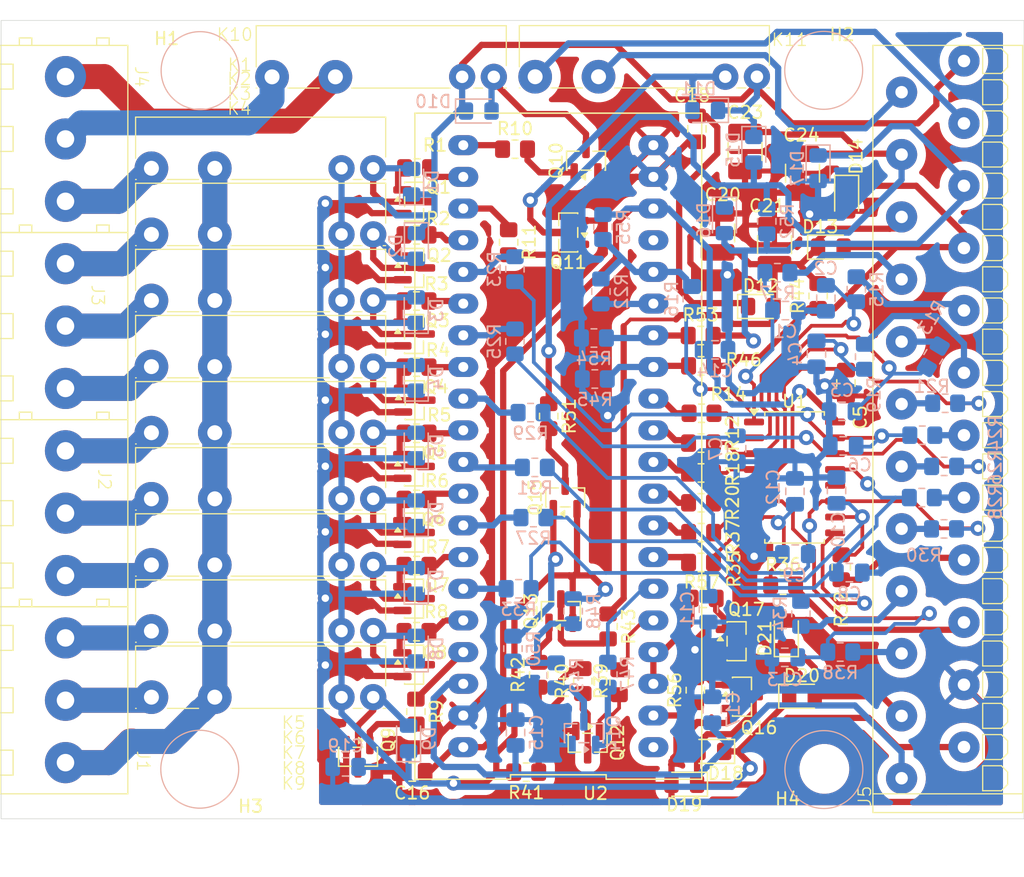
<source format=kicad_pcb>
(kicad_pcb (version 20241229) (generator "pcbnew") (generator_version "9.0")
  (layers (0 "F.Cu" signal) (2 "B.Cu" signal) (13 "F.Paste" user) (15 "B.Paste" user) (5 "F.SilkS" user "F.Silkscreen") (7 "B.SilkS" user "B.Silkscreen") (1 "F.Mask" user) (3 "B.Mask" user) (25 "Edge.Cuts" user))
  (net 0 "")
  (net 1 "+12V")
  (net 2 "Net-(D1-A)")
  (net 3 "Net-(D2-A)")
  (net 4 "Net-(D3-A)")
  (net 5 "REL11-OUT1")
  (net 6 "REL11-OUT2")
  (net 7 "Net-(Q1-B)")
  (net 8 "Net-(Q2-B)")
  (net 9 "Net-(Q3-B)")
  (net 10 "/Relays/REL1-OUT")
  (net 11 "GND")
  (net 12 "Net-(D4-A)")
  (net 13 "Net-(D5-A)")
  (net 14 "Net-(D6-A)")
  (net 15 "Net-(D7-A)")
  (net 16 "Net-(D8-A)")
  (net 17 "Net-(D9-A)")
  (net 18 "Net-(D10-A)")
  (net 19 "+3.3V")
  (net 20 "/ESD14")
  (net 21 "Net-(Q4-B)")
  (net 22 "Net-(Q5-B)")
  (net 23 "Net-(Q6-B)")
  (net 24 "Net-(Q7-B)")
  (net 25 "Net-(Q8-B)")
  (net 26 "Net-(Q9-B)")
  (net 27 "Net-(Q10-B)")
  (net 28 "/Relays/REL-COM")
  (net 29 "/Relays/REL2-OUT")
  (net 30 "/Relays/REL3-OUT")
  (net 31 "/Relays/REL4-OUT")
  (net 32 "/Relays/REL5-OUT")
  (net 33 "/Relays/REL6-OUT")
  (net 34 "Net-(D11-A)")
  (net 35 "Net-(Q11-B)")
  (net 36 "/Relays/REL7-OUT")
  (net 37 "/IO12")
  (net 38 "/IO4")
  (net 39 "/IO9")
  (net 40 "/IO10")
  (net 41 "/IO1")
  (net 42 "/IO2")
  (net 43 "/IO6")
  (net 44 "/IO7")
  (net 45 "/IO8")
  (net 46 "/IO3")
  (net 47 "/IO5")
  (net 48 "/IO11")
  (net 49 "/OC1")
  (net 50 "/UART")
  (net 51 "/LED1-P")
  (net 52 "/OC2")
  (net 53 "/LED2-P")
  (net 54 "/LED2-M")
  (net 55 "/LED1-M")
  (net 56 "/Relays/REL8-OUT")
  (net 57 "/Relays/REL9-OUT")
  (net 58 "/Relays/REL10-OUT1")
  (net 59 "/Relays/REL10-OUT2")
  (net 60 "REL1-IN")
  (net 61 "REL2-IN")
  (net 62 "REL3-IN")
  (net 63 "REL4-IN")
  (net 64 "REL5-IN")
  (net 65 "REL6-IN")
  (net 66 "REL7-IN")
  (net 67 "REL8-IN")
  (net 68 "REL9-IN")
  (net 69 "REL10-IN")
  (net 70 "REL11-IN")
  (net 71 "/ESD3")
  (net 72 "/ESD2")
  (net 73 "/ESD1")
  (net 74 "+5V")
  (net 75 "/ESD4")
  (net 76 "RXD")
  (net 79 "Net-(Q16-B)")
  (net 80 "TXD")
  (net 81 "/IO-IN3")
  (net 82 "/IO-IN2")
  (net 83 "/IO-IN1")
  (net 84 "/IO-IN4")
  (net 85 "Net-(Q12-B)")
  (net 86 "Net-(Q12-C)")
  (net 87 "/ESD5")
  (net 88 "Net-(Q17-B)")
  (net 89 "/ESD6")
  (net 90 "/IO-IN5")
  (net 91 "/ESD12")
  (net 92 "/ESD7")
  (net 93 "/ESD9")
  (net 94 "/ESD11")
  (net 95 "/ESD10")
  (net 96 "/ESD8")
  (net 97 "/ESD13")
  (net 98 "/IO-IN7")
  (net 99 "/IO-IN6")
  (net 100 "/IO-IN12")
  (net 101 "/IO-IN8")
  (net 102 "/IO-IN9")
  (net 103 "/IO-IN10")
  (net 104 "/IO-IN11")
  (net 105 "/LED1-PWM")
  (net 106 "/LED2-PWM")
  (net 107 "Net-(Q13-B)")
  (net 108 "Net-(Q13-C)")
  (net 109 "Net-(Q14-B)")
  (net 110 "Net-(Q14-C)")
  (net 111 "Net-(Q15-B)")
  (net 112 "Net-(Q15-C)")
  (net 113 "Net-(R40-Pad2)")
  (net 114 "/LED1-FB")
  (net 115 "Net-(R48-Pad1)")
  (net 116 "/LED2-FB")
  (net 117 "/OC1-IN")
  (net 118 "/OC2-IN")
  (footprint "MountingHole:MountingHole_3.5mm" (layer "F.Cu") (at 96 34)
    (property "Reference" "H2")
    (property "Value" "MountingHole")
  )
  (footprint "Package_TO_SOT_SMD:SOT-23" (layer "F.Cu") (at 76.891444 41.240765 90)
    (property "Reference" "Q10")
    (property "Value" "NPN")
  )
  (footprint "Footprints:FRM18A-5" (layer "F.Cu") (at 59.83 47.15)
    (property "Reference" "K2")
    (property "Value" "FRM18A-5 DC12V" (hide yes))
  )
  (footprint "Resistor_SMD:R_0805_2012Metric_Pad1.20x1.40mm_HandSolder" (layer "F.Cu") (at 71.199349 40.318762)
    (property "Reference" "R10")
    (property "Value" "R")
  )
  (footprint "Resistor_SMD:R_0805_2012Metric_Pad1.20x1.40mm_HandSolder" (layer "F.Cu") (at 95.499211 52.085773 90)
    (property "Reference" "R44")
    (property "Value" "R")
  )
  (footprint "Resistor_SMD:R_0805_2012Metric_Pad1.20x1.40mm_HandSolder" (layer "F.Cu") (at 86.11 57.69)
    (property "Reference" "R46")
    (property "Value" "R")
  )
  (footprint "Package_TO_SOT_SMD:SOT-23" (layer "F.Cu") (at 63.11 44.53)
    (property "Reference" "Q1")
    (property "Value" "NPN")
  )
  (footprint "Resistor_SMD:R_0805_2012Metric_Pad1.20x1.40mm_HandSolder" (layer "F.Cu") (at 76.631612 82.962247 90)
    (property "Reference" "R40")
    (property "Value" "R")
  )
  (footprint "Resistor_SMD:R_0805_2012Metric_Pad1.20x1.40mm_HandSolder" (layer "F.Cu") (at 86.12 71.061122)
    (property "Reference" "R37")
    (property "Value" "R")
  )
  (footprint "Diode_SMD:D_0805_2012Metric_Pad1.15x1.40mm_HandSolder" (layer "F.Cu") (at 97.784831 44.281095 -90)
    (property "Reference" "D14")
    (property "Value" "D")
  )
  (footprint "Resistor_SMD:R_0805_2012Metric_Pad1.20x1.40mm_HandSolder" (layer "F.Cu") (at 86.15 61.49)
    (property "Reference" "R14")
    (property "Value" "R")
  )
  (footprint "Resistor_SMD:R_0805_2012Metric_Pad1.20x1.40mm_HandSolder" (layer "F.Cu") (at 63.3 63.095 180)
    (property "Reference" "R5")
    (property "Value" "R")
  )
  (footprint "Capacitor_SMD:C_0805_2012Metric_Pad1.18x1.45mm_HandSolder" (layer "F.Cu") (at 62.954965 90.25226 180)
    (property "Reference" "C16")
    (property "Value" "C")
  )
  (footprint "Diode_SMD:D_0805_2012Metric_Pad1.15x1.40mm_HandSolder" (layer "F.Cu") (at 90.905421 52.933405)
    (property "Reference" "D12")
    (property "Value" "D")
  )
  (footprint "Package_TO_SOT_SMD:SOT-23" (layer "F.Cu") (at 77.02 87.900367 -90)
    (property "Reference" "Q12")
    (property "Value" "NPN")
  )
  (footprint "Diode_SMD:D_0805_2012Metric_Pad1.15x1.40mm_HandSolder" (layer "F.Cu") (at 92.950725 79.138826 90)
    (property "Reference" "D21")
    (property "Value" "D")
  )
  (footprint "Footprints:DG128-5.0-03P-14-00A-H" (layer "F.Cu") (at 35.16 64.5 -90)
    (property "Reference" "J2")
    (property "Value" "Conn_01x03" (hide yes))
  )
  (footprint "Footprints:FRM18A-5" (layer "F.Cu") (at 69.5 34.52)
    (property "Reference" "K10")
    (property "Value" "FRM18A-5 DC12V" (hide yes))
  )
  (footprint "Resistor_SMD:R_0805_2012Metric_Pad1.20x1.40mm_HandSolder" (layer "F.Cu") (at 86.321808 76.332226)
    (property "Reference" "R57")
    (property "Value" "R")
  )
  (footprint "Capacitor_SMD:C_0805_2012Metric_Pad1.18x1.45mm_HandSolder" (layer "F.Cu") (at 97.727362 59.065014 -90)
    (property "Reference" "C5")
    (property "Value" "C")
  )
  (footprint "Resistor_SMD:R_0805_2012Metric_Pad1.20x1.40mm_HandSolder" (layer "F.Cu") (at 63.251802 85.407479 -90)
    (property "Reference" "R9")
    (property "Value" "R")
  )
  (footprint "Resistor_SMD:R_0805_2012Metric_Pad1.20x1.40mm_HandSolder" (layer "F.Cu") (at 86.110897 73.453902)
    (property "Reference" "R35")
    (property "Value" "R")
  )
  (footprint "Resistor_SMD:R_0805_2012Metric_Pad1.20x1.40mm_HandSolder" (layer "F.Cu") (at 63.3 47.19 180)
    (property "Reference" "R2")
    (property "Value" "R")
  )
  (footprint "Resistor_SMD:R_0805_2012Metric_Pad1.20x1.40mm_HandSolder" (layer "F.Cu") (at 73.900662 61.720613 -90)
    (property "Reference" "R51")
    (property "Value" "R")
  )
  (footprint "Package_TO_SOT_SMD:SOT-23" (layer "F.Cu") (at 63.1 65.755)
    (property "Reference" "Q5")
    (property "Value" "NPN")
  )
  (footprint "Package_TO_SOT_SMD:SOT-23" (layer "F.Cu") (at 63.10118 55.136355)
    (property "Reference" "Q3")
    (property "Value" "NPN")
  )
  (footprint "Footprints:FRM18A-5" (layer "F.Cu") (at 59.83 68.35)
    (property "Reference" "K6")
    (property "Value" "FRM18A-5 DC12V" (hide yes))
  )
  (footprint "Resistor_SMD:R_0805_2012Metric_Pad1.20x1.40mm_HandSolder" (layer "F.Cu") (at 85.652744 83.68948 90)
    (property "Reference" "R56")
    (property "Value" "R")
  )
  (footprint "Footprints:FRM18A-5" (layer "F.Cu") (at 59.83 57.75)
    (property "Reference" "K4")
    (property "Value" "FRM18A-5 DC12V" (hide yes))
  )
  (footprint "Resistor_SMD:R_0805_2012Metric_Pad1.20x1.40mm_HandSolder" (layer "F.Cu") (at 63.3 73.698333 180)
    (property "Reference" "R7")
    (property "Value" "R")
  )
  (footprint "Resistor_SMD:R_0805_2012Metric_Pad1.20x1.40mm_HandSolder" (layer "F.Cu") (at 78.66 78.58 -90)
    (property "Reference" "R43")
    (property "Value" "R")
  )
  (footprint "Resistor_SMD:R_0805_2012Metric_Pad1.20x1.40mm_HandSolder" (layer "F.Cu") (at 73.096367 82.457212 90)
    (property "Reference" "R42")
    (property "Value" "R")
  )
  (footprint "Resistor_SMD:R_0805_2012Metric_Pad1.20x1.40mm_HandSolder" (layer "F.Cu") (at 63.35 41.82 180)
    (property "Reference" "R1")
    (property "Value" "R")
  )
  (footprint "Package_TO_SOT_SMD:SOT-23" (layer "F.Cu") (at 75.220486 68.238932 90)
    (property "Reference" "Q15")
    (property "Value" "PNP")
  )
  (footprint "MountingHole:MountingHole_3.5mm" (layer "F.Cu") (at 46 90)
    (property "Reference" "H3")
    (property "Value" "MountingHole")
  )
  (footprint "MountingHole:MountingHole_3.5mm" (layer "F.Cu") (at 46 34)
    (property "Reference" "H1")
    (property "Value" "MountingHole")
  )
  (footprint "Diode_SMD:D_0805_2012Metric_Pad1.15x1.40mm_HandSolder" (layer "F.Cu") (at 96.516735 48.170545)
    (property "Reference" "D13")
    (property "Value" "D")
  )
  (footprint "Package_TO_SOT_SMD:SOT-23" (layer "F.Cu") (at 63.1 71.053333)
    (property "Reference" "Q6")
    (property "Value" "NPN")
  )
  (footprint "Diode_SMD:D_0805_2012Metric_Pad1.15x1.40mm_HandSolder" (layer "F.Cu") (at 84.767014 91.232403 180)
    (property "Reference" "D19")
    (property "Value" "D")
  )
  (footprint "Resistor_SMD:R_0805_2012Metric_Pad1.20x1.40mm_HandSolder" (layer "F.Cu") (at 63.3 52.491667 180)
    (property "Reference" "R3")
    (property "Value" "R")
  )
  (footprint "Package_TO_SOT_SMD:SOT-23" (layer "F.Cu") (at 89.395947 84.210283)
    (property "Reference" "Q16")
    (property "Value" "NPN")
  )
  (footprint "Footprints:DG128-5.0-03P-14-00A-H" (layer "F.Cu") (at 35.16 49.5 -90)
    (property "Reference" "J3")
    (property "Value" "Conn_01x03" (hide yes))
  )
  (footprint "Resistor_SMD:R_0805_2012Metric_Pad1.20x1.40mm_HandSolder" (layer "F.Cu") (at 86.11 63.88278)
    (property "Reference" "R12")
    (property "Value" "R")
  )
  (footprint "Resistor_SMD:R_0805_2012Metric_Pad1.20x1.40mm_HandSolder" (layer "F.Cu") (at 63.3 57.793333 180)
    (property "Reference" "R4")
    (property "Value" "R")
  )
  (footprint "Resistor_SMD:R_0805_2012Metric_Pad1.20x1.40mm_HandSolder" (layer "F.Cu") (at 86.11 66.275561)
    (property "Reference" "R18")
    (property "Value" "R")
  )
  (footprint "Package_TO_SOT_SMD:SOT-23" (layer "F.Cu") (at 63.1 76.351667)
    (property "Reference" "Q7")
    (property "Value" "NPN")
  )
  (footprint "Package_TO_SOT_SMD:SOT-23" (layer "F.Cu") (at 63.106002 81.649999)
    (property "Reference" "Q8")
    (property "Value" "NPN")
  )
  (footprint "Capacitor_SMD:C_1210_3225Metric_Pad1.33x2.70mm_HandSolder" (layer "F.Cu") (at 94.248347 42.244156 -90)
    (property "Reference" "C24")
    (property "Value" "C")
  )
  (footprint "Footprints:Kamod-BluePill-STM32F103C8T6" (layer "F.Cu") (at 74.67 64.13 90)
    (property "Reference" "U2")
    (property "Value" "Kamod BluePill STM32F103C8T6")
  )
  (footprint "Footprints:FRM18A-5" (layer "F.Cu") (at 59.83 41.85)
    (property "Reference" "K1")
    (property "Value" "FRM18A-5 DC12V" (hide yes))
  )
  (footprint "Resistor_SMD:R_0805_2012Metric_Pad1.20x1.40mm_HandSolder" (layer "F.Cu") (at 72.097547 90.263473 180)
    (property "Reference" "R41")
    (property "Value" "R")
  )
  (footprint "Footprints:FRM18A-5" (layer "F.Cu") (at 90.592718 34.511426)
    (property "Reference" "K11")
    (property "Value" "FRM18A-5 DC12V" (hide yes))
  )
  (footprint "Capacitor_SMD:C_1210_3225Metric_Pad1.33x2.70mm_HandSolder" (layer "F.Cu") (at 87.442056 47.032424 90)
    (property "Reference" "C20")
    (property "Value" "C")
  )
  (footprint "Resistor_SMD:R_0805_2012Metric_Pad1.20x1.40mm_HandSolder" (layer "F.Cu") (at 97.352588 73.837816 -90)
    (property "Reference" "R32")
    (property "Value" "R")
  )
  (footprint "Diode_SMD:D_0805_2012Metric_Pad1.15x1.40mm_HandSolder" (layer "F.Cu") (at 86.940759 88.600039 180)
    (property "Reference" "D18")
    (property "Value" "D")
  )
  (footprint "Package_TO_SOT_SMD:SOT-23" (layer "F.Cu") (at 58.611271 89.027788 -90)
    (property "Reference" "Q9")
    (property "Value" "NPN")
  )
  (footprint "Resistor_SMD:R_0805_2012Metric_Pad1.20x1.40mm_HandSolder" (layer "F.Cu") (at 92.691885 75.274543)
    (property "Reference" "R36")
    (property "Value" "R")
  )
  (footprint "Footprints:FRM18A-5" (layer "F.Cu") (at 59.83 73.65)
    (property "Reference" "K7")
    (property "Value" "FRM18A-5 DC12V" (hide yes))
  )
  (footprint "Package_TO_SOT_SMD:SOT-23" (layer "F.Cu") (at 63.155106 60.441147)
    (property "Reference" "Q4")
    (property "Value" "NPN")
  )
  (footprint "Resistor_SMD:R_0805_2012Metric_Pad1.20x1.40mm_HandSolder" (layer "F.Cu") (at 70.688075 47.782194 -90)
    (property "Reference" "R11")
    (property "Value" "R")
  )
  (footprint "Footprints:FRM18A-5" (layer "F.Cu") (at 59.83 63.05)
    (property "Reference" "K5")
    (property "Value" "FRM18A-5 DC12V" (hide yes))
  )
  (footprint "Package_TO_SOT_SMD:SOT-23" (layer "F.Cu") (at 75.466907 46.997609 180)
    (property "Reference" "Q11")
    (property "Value" "NPN")
  )
  (footprint "Resistor_SMD:R_0805_2012Metric_Pad1.20x1.40mm_HandSolder" (layer "F.Cu") (at 86.08 55.26)
    (property "Reference" "R53")
    (property "Value" "R")
  )
  (footprint "Package_TO_SOT_SMD:SOT-23" (layer "F.Cu") (at 88.960294 79.765922)
    (property "Reference" "Q17")
    (property "Value" "NPN")
  )
  (footprint "Capacitor_SMD:C_1210_3225Metric_Pad1.33x2.70mm_HandSolder" (layer "F.Cu") (at 89.638196 40.506751 -90)
    (property "Reference" "C23")
    (property "Value" "C")
  )
  (footprint "Resistor_SMD:R_0805_2012Metric_Pad1.20x1.40mm_HandSolder" (layer "F.Cu") (at 86.11 68.668341)
    (property "Reference" "R20")
    (property "Value" "R")
  )
  (footprint "Capacitor_SMD:C_1210_3225Metric_Pad1.33x2.70mm_HandSolder" (layer "F.Cu") (at 92.004276 47.974164 90)
    (property "Reference" "C21")
    (property "Value" "C")
  )
  (footprint "Resistor_SMD:R_0805_2012Metric_Pad1.20x1.40mm_HandSolder" (layer "F.Cu") (at 63.3 79 180)
    (property "Reference" "R8")
    (property "Value" "R")
  )
  (footprint "Package_SO:SOIC-16_4.55x10.3mm_P1.27mm" (layer "F.Cu") (at 93.61 66.635)
    (property "Reference" "U1")
    (property "Value" "Littelfuse SP720")
  )
  (footprint "Footprints:FRM18A-5" (layer "F.Cu") (at 59.83 78.95)
    (property "Reference" "K8")
    (property "Value" "FRM18A-5 DC12V" (hide yes))
  )
  (footprint "Footprints:DG128-5.0-03P-14-00A-H" (layer "F.Cu") (at 35.16 34.5 -90)
    (property "Reference" "J4")
    (property "Value" "Conn_01x03" (hide yes))
  )
  (footprint "Footprints:DG128-5.0-03P-14-00A-H" (layer "F.Cu") (at 35.16 79.5 -90)
    (property "Reference" "J1")
    (property "Value" "Conn_01x03" (hide yes))
  )
  (footprint "Resistor_SMD:R_0805_2012Metric_Pad1.20x1.40mm_HandSolder" (layer "F.Cu") (at 79.54333 83.054833 -90)
    (property "Reference" "R39")
    (property "Value" "R")
  )
  (footprint "Footprints:PTSA-0.5-24-2.5-Z" (layer "F.Cu") (at 102.19 90.75 90)
    (property "Reference" "J5")
    (property "Value" "Conn_01x24" (hide yes))
  )
  (footprint "MountingHole:MountingHole_3.5mm" (layer "F.Cu") (at 96 90)
    (property "Reference" "H4")
    (property "Value" "MountingHole")
  )
  (footprint "Diode_SMD:D_0805_2012Metric_Pad1.15x1.40mm_HandSolder" (layer "F.Cu") (at 94.202824 84.177394)
    (property "Reference" "D20")
    (property "Value" "D")
  )
  (footprint "Resistor_SMD:R_0805_2012Metric_Pad1.20x1.40mm_HandSolder" (layer "F.Cu") (at 63.3 68.396667 180)
    (property "Reference" "R6")
    (property "Value" "R")
  )
  (footprint "Package_TO_SOT_SMD:SOT-23" (layer "F.Cu") (at 74.873342 77.350746 90)
    (property "Reference" "Q13")
    (property "Value" "PNP")
  )
  (footprint "Capacitor_SMD:C_0805_2012Metric_Pad1.18x1.45mm_HandSolder" (layer "F.Cu") (at 85.78 38.69 -90)
    (property "Reference" "C18")
    (property "Value" "C")
  )
  (footprint "Package_TO_SOT_SMD:SOT-23" (layer "F.Cu") (at 63.121891 49.83725)
    (property "Reference" "Q2")
    (property "Value" "NPN")
  )
  (footprint "Footprints:FRM18A-5" (layer "F.Cu") (at 59.83 52.45)
    (property "Reference" "K3")
    (property "Value" "FRM18A-5 DC12V" (hide yes))
  )
  (footprint "Footprints:FRM18A-5" (layer "F.Cu") (at 59.83 84.25)
    (property "Reference" "K9")
    (property "Value" "FRM18A-5 DC12V" (hide yes))
  )
  (footprint "Capacitor_SMD:C_0805_2012Metric_Pad1.18x1.45mm_HandSolder" (layer "B.Cu") (at 88.966728 64.335783 -90)
    (property "Reference" "C7")
    (property "Value" "C")
  )
  (footprint "Diode_SMD:D_0805_2012Metric_Pad1.15x1.40mm_HandSolder" (layer "B.Cu") (at 86.447544 37.214016 180)
    (property "Reference" "D11")
    (property "Value" "D")
  )
  (footprint "Resistor_SMD:R_0805_2012Metric_Pad1.20x1.40mm_HandSolder" (layer "B.Cu") (at 71.191206 55.731498 -90)
    (property "Reference" "R25")
    (property "Value" "R")
  )
  (footprint "Diode_SMD:D_0805_2012Metric_Pad1.15x1.40mm_HandSolder" (layer "B.Cu") (at 63.292135 48.079861 -90)
    (property "Reference" "D2")
    (property "Value" "D")
  )
  (footprint "Resistor_SMD:R_0805_2012Metric_Pad1.20x1.40mm_HandSolder" (layer "B.Cu") (at 78.248735 46.559105 90)
    (property "Reference" "R55")
    (property "Value" "50K")
  )
  (footprint "Diode_SMD:D_0805_2012Metric_Pad1.15x1.40mm_HandSolder" (layer "B.Cu") (at 63.277014 69.504377 90)
    (property "Reference" "D6")
    (property "Value" "D")
  )
  (footprint "Resistor_SMD:R_0805_2012Metric_Pad1.20x1.40mm_HandSolder" (layer "B.Cu") (at 75.861883 77.35754 90)
    (property "Reference" "R48")
    (property "Value" "R")
  )
  (footprint "Diode_SMD:D_0805_2012Metric_Pad1.15x1.40mm_HandSolder" (layer "B.Cu") (at 87.986629 46.026541 -90)
    (property "Reference" "D16")
    (property "Value" "D")
  )
  (footprint "Resistor_SMD:R_0805_2012Metric_Pad1.20x1.40mm_HandSolder" (layer "B.Cu") (at 103.81 68.25)
    (property "Reference" "R28")
    (property "Value" "R")
  )
  (footprint "Diode_SMD:D_0805_2012Metric_Pad1.15x1.40mm_HandSolder" (layer "B.Cu") (at 63.277014 53.223087 90)
    (property "Reference" "D3")
    (property "Value" "D")
  )
  (footprint "Resistor_SMD:R_0805_2012Metric_Pad1.20x1.40mm_HandSolder" (layer "B.Cu") (at 105.68 60.69 180)
    (property "Reference" "R21")
    (property "Value" "R")
  )
  (footprint "Diode_SMD:D_0805_2012Metric_Pad1.15x1.40mm_HandSolder" (layer "B.Cu") (at 63.277014 64.077281 90)
    (property "Reference" "D5")
    (property "Value" "D")
  )
  (footprint "Capacitor_SMD:C_0805_2012Metric_Pad1.18x1.45mm_HandSolder" (layer "B.Cu") (at 93.64 67.75 90)
    (property "Reference" "C12")
    (property "Value" "C")
  )
  (footprint "Diode_SMD:D_0805_2012Metric_Pad1.15x1.40mm_HandSolder" (layer "B.Cu") (at 62.91 42.9275 90)
    (property "Reference" "D1")
    (property "Value" "D")
  )
  (footprint "Diode_SMD:D_0805_2012Metric_Pad1.15x1.40mm_HandSolder" (layer "B.Cu") (at 63.277014 58.650184 90)
    (property "Reference" "D4")
    (property "Value" "D")
  )
  (footprint "Capacitor_SMD:C_0805_2012Metric_Pad1.18x1.45mm_HandSolder" (layer "B.Cu") (at 93.667362 72.779947 180)
    (property "Reference" "C9")
    (property "Value" "C")
  )
  (footprint "Capacitor_SMD:C_0805_2012Metric_Pad1.18x1.45mm_HandSolder" (layer "B.Cu") (at 96.973583 67.674922 90)
    (property "Reference" "C10")
    (property "Value" "C")
  )
  (footprint "Capacitor_SMD:C_0805_2012Metric_Pad1.18x1.45mm_HandSolder" (layer "B.Cu") (at 86.705676 77.188793 -90)
    (property "Reference" "C11")
    (property "Value" "C")
  )
  (footprint "Resistor_SMD:R_0805_2012Metric_Pad1.20x1.40mm_HandSolder" (layer "B.Cu") (at 71.191206 49.939838 -90)
    (property "Reference" "R23")
    (property "Value" "R")
  )
  (footprint "Resistor_SMD:R_0805_2012Metric_Pad1.20x1.40mm_HandSolder" (layer "B.Cu") (at 71.486377 75.560411)
    (property "Reference" "R33")
    (property "Value" "R")
  )
  (footprint "Diode_SMD:D_0805_2012Metric_Pad1.15x1.40mm_HandSolder" (layer "B.Cu") (at 63.277014 74.931474 90)
    (property "Reference" "D7")
    (property "Value" "D")
  )
  (footprint "Resistor_SMD:R_0805_2012Metric_Pad1.20x1.40mm_HandSolder" (layer "B.Cu") (at 71.032528 80.356968 90)
    (property "Reference" "R50")
    (property "Value" "R")
  )
  (footprint "Diode_SMD:D_0805_2012Metric_Pad1.15x1.40mm_HandSolder" (layer "B.Cu") (at 62.664867 87.560636 90)
    (property "Reference" "D9")
    (property "Value" "D")
  )
  (footprint "Resistor_SMD:R_0805_2012Metric_Pad1.20x1.40mm_HandSolder" (layer "B.Cu") (at 85.407492 52.328428 -90)
    (property "Reference" "R16")
    (property "Value" "R")
  )
  (footprint "Capacitor_SMD:C_0805_2012Metric_Pad1.18x1.45mm_HandSolder" (layer "B.Cu") (at 95.364441 56.725963 -90)
    (property "Reference" "C4")
    (property "Value" "C")
  )
  (footprint "Diode_SMD:D_0805_2012Metric_Pad1.15x1.40mm_HandSolder" (layer "B.Cu") (at 90.343307 40.364011 -90)
    (property "Reference" "D15")
    (property "Value" "D")
  )
  (footprint "Resistor_SMD:R_0805_2012Metric_Pad1.20x1.40mm_HandSolder" (layer "B.Cu") (at 72.446541 61.437566)
    (property "Reference" "R29")
    (property "Value" "R")
  )
  (footprint "Diode_SMD:D_0805_2012Metric_Pad1.15x1.40mm_HandSolder" (layer "B.Cu") (at 95.49222 41.847301 -90)
    (property "Reference" "D17")
    (property "Value" "D")
  )
  (footprint "Package_TO_SOT_SMD:SOT-23" (layer "B.Cu") (at 76.72 87.14 90)
    (property "Reference" "Q14")
    (property "Value" "NPN")
  )
  (footprint "Capacitor_SMD:C_0805_2012Metric_Pad1.18x1.45mm_HandSolder" (layer "B.Cu") (at 98.001398 74.265903)
    (property "Reference" "C8")
    (property "Value" "C")
  )
  (footprint "Capacitor_SMD:C_0805_2012Metric_Pad1.18x1.45mm_HandSolder" (layer "B.Cu") (at 87.007709 85.262606 90)
    (property "Reference" "C17")
    (property "Value" "C")
  )
  (footprint "Resistor_SMD:R_0805_2012Metric_Pad1.20x1.40mm_HandSolder" (layer "B.Cu") (at 104.729252 56.9602 59)
    (property "Reference" "R13")
    (property "Value" "R")
  )
  (footprint "Resistor_SMD:R_0805_2012Metric_Pad1.20x1.40mm_HandSolder" (layer "B.Cu") (at 105.59 70.76 180)
    (property "Reference" "R30")
    (property "Value" "R")
  )
  (footprint "Resistor_SMD:R_0805_2012Metric_Pad1.20x1.40mm_HandSolder" (layer "B.Cu") (at 72.788905 65.831239)
    (property "Reference" "R31")
    (property "Value" "R")
  )
  (footprint "Capacitor_SMD:C_0805_2012Metric_Pad1.18x1.45mm_HandSolder" (layer "B.Cu") (at 92.828097 81.056116 180)
    (property "Reference" "C13")
    (property "Value" "C")
  )
  (footprint "Resistor_SMD:R_0805_2012Metric_Pad1.20x1.40mm_HandSolder" (layer "B.Cu") (at 78.641169 82.448313 -90)
    (property "Reference" "R47")
    (property "Value" "R")
  )
  (footprint "Resistor_SMD:R_0805_2012Metric_Pad1.20x1.40mm_HandSolder" (layer "B.Cu") (at 91.380637 46.106309 90)
    (property "Reference" "R52")
    (property "Value" "R")
  )
  (footprint "Capacitor_SMD:C_0805_2012Metric_Pad1.18x1.45mm_HandSolder" (layer "B.Cu") (at 87.233434 56.408267)
    (property "Reference" "C14")
    (property "Value" "C")
  )
  (footprint "Resistor_SMD:R_0805_2012Metric_Pad1.20x1.40mm_HandSolder" (layer "B.Cu") (at 94.117828 77.568449 -90)
    (property "Reference" "R34")
    (property "Value" "R")
  )
  (footprint "Resistor_SMD:R_0805_2012Metric_Pad1.20x1.40mm_HandSolder" (layer "B.Cu") (at 77.525027 55.458327)
    (property "Reference" "R54")
    (property "Value" "R")
  )
  (footprint "Capacitor_SMD:C_0805_2012Metric_Pad1.18x1.45mm_HandSolder" (layer "B.Cu") (at 57.62 89.84 180)
    (property "Reference" "C19")
    (property "Value" "C")
  )
  (footprint "Resistor_SMD:R_0805_2012Metric_Pad1.20x1.40mm_HandSolder" (layer "B.Cu") (at 99.227562 56.961933 90)
    (property "Reference" "R19")
    (property "Value" "R")
  )
  (footprint "Diode_SMD:D_0805_2012Metric_Pad1.15x1.40mm_HandSolder" (layer "B.Cu") (at 68.291838 37.262248)
    (property "Reference" "D10")
    (property "Value" "D")
  )
  (footprint "Resistor_SMD:R_0805_2012Metric_Pad1.20x1.40mm_HandSolder" (layer "B.Cu") (at 92.23185 50.221253)
    (property "Reference" "R17")
    (property "Value" "R")
  )
  (footprint "Capacitor_SMD:C_0805_2012Metric_Pad1.18x1.45mm_HandSolder" (layer "B.Cu") (at 97.509493 64.105634 180)
    (property "Reference" "C6")
    (property "Value" "C")
  )
  (footprint "Resistor_SMD:R_0805_2012Metric_Pad1.20x1.40mm_HandSolder" (layer "B.Cu") (at 72.674784 69.854017)
    (property "Reference" "R27")
    (property "Value" "R")
  )
  (footprint "Resistor_SMD:R_0805_2012Metric_Pad1.20x1.40mm_HandSolder" (layer "B.Cu") (at 103.85 63.25)
    (property "Reference" "R24")
    (property "Value" "R")
  )
  (footprint "Capacitor_SMD:C_0805_2012Metric_Pad1.18x1.45mm_HandSolder" (layer "B.Cu") (at 71.240256 87.085728 90)
    (property "Reference" "C15")
    (property "Value" "C")
  )
  (footprint "Capacitor_SMD:C_0805_2012Metric_Pad1.18x1.45mm_HandSolder" (layer "B.Cu") (at 96.118675 52.274712 -90)
    (property "Reference" "C2")
    (property "Value" "C")
  )
  (footprint "Capacitor_SMD:C_0805_2012Metric_Pad1.18x1.45mm_HandSolder" (layer "B.Cu") (at 92.87358 53.259725)
    (property "Reference" "C1")
    (property "Value" "C")
  )
  (footprint "Capacitor_SMD:C_0805_2012Metric_Pad1.18x1.45mm_HandSolder" (layer "B.Cu") (at 97.414646 61.333926 180)
    (property "Reference" "C3")
    (property "Value" "C")
  )
  (footprint "Resistor_SMD:R_0805_2012Metric_Pad1.20x1.40mm_HandSolder" (layer "B.Cu") (at 74.499757 82.503348 90)
    (property "Reference" "R49")
    (property "Value" "R")
  )
  (footprint "Resistor_SMD:R_0805_2012Metric_Pad1.20x1.40mm_HandSolder" (layer "B.Cu") (at 98.559961 51.550602 90)
    (property "Reference" "R15")
    (property "Value" "R")
  )
  (footprint "Resistor_SMD:R_0805_2012Metric_Pad1.20x1.40mm_HandSolder" (layer "B.Cu") (at 77.595357 58.743162)
    (property "Reference" "R45")
    (property "Value" "R")
  )
  (footprint "Resistor_SMD:R_0805_2012Metric_Pad1.20x1.40mm_HandSolder" (layer "B.Cu") (at 105.6 65.75 180)
    (property "Reference" "R26")
    (property "Value" "R")
  )
  (footprint "Diode_SMD:D_0805_2012Metric_Pad1.15x1.40mm_HandSolder" (layer "B.Cu") (at 63.277014 80.358571 90)
    (property "Reference" "D8")
    (property "Value" "D")
  )
  (footprint "Resistor_SMD:R_0805_2012Metric_Pad1.20x1.40mm_HandSolder" (layer "B.Cu") (at 97.272065 80.634063)
    (property "Reference" "R38")
    (property "Value" "R")
  )
  (footprint "Resistor_SMD:R_0805_2012Metric_Pad1.20x1.40mm_HandSolder" (layer "B.Cu") (at 78.083629 51.726928 90)
    (property "Reference" "R22")
    (property "Value" "R")
  )
  (gr_circle (center 45.923545 90.027545) (end 45.882461 86.905184) (stroke (width 0.1)) (fill no) (layer "B.SilkS"))
  (gr_circle (center 95.960741 90.055392) (end 95.919657 86.933031) (stroke (width 0.1)) (fill no) (layer "B.SilkS"))
  (gr_circle (center 95.944141 34.000316) (end 95.903057 30.877955) (stroke (width 0.1)) (fill no) (layer "B.SilkS"))
  (gr_circle (center 45.950771 34.019384) (end 45.909687 30.897023) (stroke (width 0.1)) (fill no) (layer "B.SilkS"))
  (gr_rect (start 30 30) (end 112 94) (stroke (width 0.05)) (fill no) (layer "Edge.Cuts"))
  (segment (start 83.670869 36.336615) (end 85.78 36.336615) (width 0.5) (layer "F.Cu") (net 1))
  (segment (start 89.032757 88.600039) (end 89.064674 88.600039) (width 0.5) (layer "F.Cu") (net 1))
  (segment (start 77.34 74.49) (end 76.35 74.49) (width 0.5) (layer "F.Cu") (net 1))
  (segment (start 87.412653 38.560153) (end 87.412653 40.669441) (width 0.5) (layer "F.Cu") (net 1))
  (segment (start 66.96 33.514728) (end 68.516841 31.957887) (width 0.5) (layer "F.Cu") (net 1))
  (segment (start 84.357003 43.725091) (end 84.357003 51.569037) (width 0.5) (layer "F.Cu") (net 1))
  (segment (start 75.823342 78.288246) (end 75.823342 74.76662) (width 0.5) (layer "F.Cu") (net 1))
  (segment (start 84.357003 51.569037) (end 85.448778 52.660812) (width 0.5) (layer "F.Cu") (net 1))
  (segment (start 104.976174 36.770152) (end 104.976174 35.463826) (width 0.5) (layer "F.Cu") (net 1))
  (segment (start 93.39761 38.244219) (end 103.502107 38.244219) (width 0.5) (layer "F.Cu") (net 1))
  (segment (start 66.96 34.52) (end 66.96 33.514728) (width 0.5) (layer "F.Cu") (net 1))
  (segment (start 103.502107 38.244219) (end 104.976174 36.770152) (width 0.5) (layer "F.Cu") (net 1))
  (segment (start 89.064674 88.600039) (end 93.177824 84.486889) (width 0.5) (layer "F.Cu") (net 1))
  (segment (start 90.592718 35.117947) (end 89.37405 36.336615) (width 0.5) (layer "F.Cu") (net 1))
  (segment (start 90.592718 34.511426) (end 90.592718 35.117947) (width 0.5) (layer "F.Cu") (net 1))
  (segment (start 78.45 75.6) (end 77.34 74.49) (width 0.5) (layer "F.Cu") (net 1))
  (segment (start 85.448778 52.660812) (end 90.016515 52.660812) (width 0.5) (layer "F.Cu") (net 1))
  (segment (start 90.592718 35.439327) (end 93.39761 38.244219) (width 0.5) (layer "F.Cu") (net 1))
  (segment (start 75.823342 74.76662) (end 75.546722 74.49) (width 0.5) (layer "F.Cu") (net 1))
  (segment (start 74.01 74.49) (end 71.152 77.348) (width 0.5) (layer "F.Cu") (net 1))
  (segment (start 104.976174 35.463826) (end 107.19 33.25) (width 0.5) (layer "F.Cu") (net 1))
  (segment (start 90.057455 89.624737) (end 89.032757 88.600039) (width 0.5) (layer "F.Cu") (net 1))
  (segment (start 75.95 74.49) (end 76.35 74.49) (width 0.5) (layer "F.Cu") (net 1))
  (segment (start 68.814239 91.145761) (end 69.696527 90.263473) (width 0.5) (layer "F.Cu") (net 1))
  (segment (start 85.78 37.6525) (end 85.78 36.336615) (width 0.5) (layer "F.Cu") (net 1))
  (segment (start 69.696527 90.263473) (end 69.696527 88.72565) (width 0.5) (layer "F.Cu") (net 1))
  (segment (start 93.177824 84.486889) (end 93.177824 84.177394) (width 0.5) (layer "F.Cu") (net 1))
  (segment (start 75.95 74.49) (end 75.546722 74.49) (width 0.5) (layer "F.Cu") (net 1))
  (segment (start 85.78 37.6525) (end 86.505 37.6525) (width 0.5) (layer "F.Cu") (net 1))
  (segment (start 78.577603 75.472397) (end 78.45 75.6) (width 0.5) (layer "F.Cu") (net 1))
  (segment (start 87.412653 40.669441) (end 84.357003 43.725091) (width 0.5) (layer "F.Cu") (net 1))
  (segment (start 90.057455 89.957769) (end 90.057455 89.624737) (width 0.5) (layer "F.Cu") (net 1))
  (segment (start 75.546722 74.49) (end 74.01 74.49) (width 0.5) (layer "F.Cu") (net 1))
  (segment (start 71.152 77.348) (end 71.151999 87.270179) (width 0.5) (layer "F.Cu") (net 1))
  (segment (start 69.696527 90.263473) (end 71.097547 90.263473) (width 0.5) (layer "F.Cu") (net 1))
  (segment (start 89.37405 36.336615) (end 85.78 36.336615) (width 0.5) (layer "F.Cu") (net 1))
  (segment (start 76.170486 69.176432) (end 76.170486 74.269514) (width 0.5) (layer "F.Cu") (net 1))
  (segment (start 76.170486 74.269514) (end 75.95 74.49) (width 0.5) (layer "F.Cu") (net 1))
  (segment (start 86.505 37.6525) (end 87.412653 38.560153) (width 0.5) (layer "F.Cu") (net 1))
  (segment (start 90.592718 34.511426) (end 90.592718 35.439327) (width 0.5) (layer "F.Cu") (net 1))
  (segment (start 89.032757 88.600039) (end 87.965759 88.600039) (width 0.5) (layer "F.Cu") (net 1))
  (segment (start 79.292141 31.957887) (end 83.670869 36.336615) (width 0.5) (layer "F.Cu") (net 1))
  (segment (start 68.516841 31.957887) (end 79.292141 31.957887) (width 0.5) (layer "F.Cu") (net 1))
  (segment (start 68.814239 91.145761) (end 66.264239 91.145761) (width 0.5) (layer "F.Cu") (net 1))
  (segment (start 69.696527 88.72565) (end 71.151999 87.270179) (width 0.5) (layer "F.Cu") (net 1))
  (via (at 66.264239 91.145761) (size 1.2) (drill 0.6) (layers "F.Cu" "B.Cu") (net 1))
  (via (at 78.45 75.6) (size 1.2) (drill 0.6) (layers "F.Cu" "B.Cu") (net 1))
  (via (at 90.057455 89.957769) (size 1.2) (drill 0.6) (layers "F.Cu" "B.Cu") (net 1))
  (segment (start 57.329163 59.675184) (end 57.29 59.714347) (width 0.5) (layer "B.Cu") (net 1))
  (segment (start 66.96 36.96) (end 64.74 39.18) (width 0.5) (layer "B.Cu") (net 1))
  (segment (start 63.309987 47.054861) (end 64.7375 45.627348) (width 0.5) (layer "B.Cu") (net 1))
  (segment (start 57.301565 54.248087) (end 57.29 54.236522) (width 0.5) (layer "B.Cu") (net 1))
  (segment (start 77.69246 76.35754) (end 78.45 75.6) (width 0.5) (layer "B.Cu") (net 1))
  (segment (start 60.48 44.4) (end 57.29 44.4) (width 0.5) (layer "B.Cu") (net 1))
  (segment (start 57.29 81.368877) (end 57.29 75.948112) (width 0.5) (layer "B.Cu") (net 1))
  (segment (start 64.74 39.18) (end 64.74 43.95) (width 0.5) (layer "B.Cu") (net 1))
  (segment (start 66.553981 91.435503) (end 66.264239 91.145761) (width 0.5) (layer "B.Cu") (net 1))
  (segment (start 57.29 54.236522) (end 57.29 44.4) (width 0.5) (layer "B.Cu") (net 1))
  (segment (start 62.91 43.9525) (end 64.7375 43.9525) (width 0.5) (layer "B.Cu") (net 1))
  (segment (start 57.29 70.470287) (end 57.29 65.106582) (width 0.5) (layer "B.Cu") (net 1))
  (segment (start 57.294301 65.102281) (end 57.29 65.106582) (width 0.5) (layer "B.Cu") (net 1))
  (segment (start 61.707348 45.627348) (end 60.48 44.4) (width 0.5) (layer "B.Cu") (net 1))
  (segment (start 63.277014 65.102281) (end 57.294301 65.102281) (width 0.5) (layer "B.Cu") (net 1))
  (segment (start 63.277014 70.529377) (end 57.34909 70.529377) (width 0.5) (layer "B.Cu") (net 1))
  (segment (start 57.29 65.106582) (end 57.29 59.714347) (width 0.5) (layer "B.Cu") (net 1))
  (segment (start 90.592718 36.102826) (end 89.481528 37.214016) (width 0.5) (layer "B.Cu") (net 1))
  (segment (start 61.582527 89.84) (end 61.871461 90.128934) (width 0.5) (layer "B.Cu") (net 1))
  (segment (start 64.7375 45.627348) (end 61.707348 45.627348) (width 0.5) (layer "B.Cu") (net 1))
  (segment (start 63.277014 75.956474) (end 57.298362 75.956474) (width 0.5) (layer "B.Cu") (net 1))
  (segment (start 57.29 85.547473) (end 61.871461 90.128934) (width 0.5) (layer "B.Cu") (net 1))
  (segment (start 57.29 84.25) (end 57.29 85.547473) (width 0.5) (layer "B.Cu") (net 1))
  (segment (start 90.592718 34.511426) (end 90.592718 36.102826) (width 0.5) (layer "B.Cu") (net 1))
  (segment (start 66.96 34.52) (end 66.96 36.96) (width 0.5) (layer "B.Cu") (net 1))
  (segment (start 64.7375 45.627348) (end 64.7375 43.9525) (width 0.5) (layer "B.Cu") (net 1))
  (segment (start 89.481528 37.214016) (end 90.343307 38.075795) (width 0.5) (layer "B.Cu") (net 1))
  (segment (start 75.861883 76.35754) (end 77.69246 76.35754) (width 0.5) (layer "B.Cu") (net 1))
  (segment (start 57.29 75.948112) (end 57.29 70.470287) (width 0.5) (layer "B.Cu") (net 1))
  (segment (start 63.277014 81.383571) (end 57.304694 81.383571) (width 0.5) (layer "B.Cu") (net 1))
  (segment (start 61.871461 90.128934) (end 62.912527 91.17) (width 0.5) (layer "B.Cu") (net 1))
  (segment (start 57.298362 75.956474) (end 57.29 75.948112) (width 0.5) (layer "B.Cu") (net 1))
  (segment (start 62.664867 90.92234) (end 62.912527 91.17) (width 0.5) (layer "B.Cu") (net 1))
  (segment (start 57.304694 81.383571) (end 57.29 81.368877) (width 0.5) (layer "B.Cu") (net 1))
  (segment (start 63.277014 59.675184) (end 57.329163 59.675184) (width 0.5) (layer "B.Cu") (net 1))
  (segment (start 62.664867 88.585636) (end 62.664867 90.92234) (width 0.5) (layer "B.Cu") (net 1))
  (segment (start 66.24 91.17) (end 62.912527 91.17) (width 0.5) (layer "B.Cu") (net 1))
  (segment (start 58.6575 89.84) (end 61.582527 89.84) (width 0.5) (layer "B.Cu") (net 1))
  (segment (start 64.7375 43.9525) (end 64.74 43.95) (width 0.5) (layer "B.Cu") (net 1))
  (segment (start 57.29 84.25) (end 57.29 81.368877) (width 0.5) (layer "B.Cu") (net 1))
  (segment (start 57.34909 70.529377) (end 57.29 70.470287) (width 0.5) (layer "B.Cu") (net 1))
  (segment (start 57.29 59.714347) (end 57.29 54.236522) (width 0.5) (layer "B.Cu") (net 1))
  (segment (start 63.292135 47.054861) (end 63.309987 47.054861) (width 0.5) (layer "B.Cu") (net 1))
  (segment (start 66.264239 91.145761) (end 66.24 91.17) (width 0.5) (layer "B.Cu") (net 1))
  (segment (start 88.579721 91.435503) (end 66.553981 91.435503) (width 0.5) (layer "B.Cu") (net 1))
  (segment (start 57.29 44.4) (end 57.29 41.85) (width 0.5) (layer "B.Cu") (net 1))
  (segment (start 90.343307 38.075795) (end 90.343307 39.339011) (width 0.5) (layer "B.Cu") (net 1))
  (segment (start 90.057455 89.957769) (end 88.579721 91.435503) (width 0.5) (layer "B.Cu") (net 1))
  (segment (start 63.277014 54.248087) (end 57.301565 54.248087) (width 0.5) (layer "B.Cu") (net 1))
  (segment (start 89.481528 37.214016) (end 87.472544 37.214016) (width 0.5) (layer "B.Cu") (net 1))
  (segment (start 60.52 44.53) (end 59.83 43.84) (width 0.5) (layer "F.Cu") (net 2))
  (segment (start 63.6975 44.53) (end 60.52 44.53) (width 0.5) (layer "F.Cu") (net 2))
  (segment (start 59.83 43.84) (end 59.83 41.85) (width 0.5) (layer "F.Cu") (net 2))
  (segment (start 59.83 41.85) (end 62.8575 41.85) (width 0.5) (layer "B.Cu") (net 2))
  (segment (start 62.8575 41.85) (end 62.91 41.9025) (width 0.5) (layer "B.Cu") (net 2))
  (segment (start 60.58725 49.83725) (end 59.83 49.08) (width 0.5) (layer "F.Cu") (net 3))
  (segment (start 59.83 49.08) (end 59.83 47.15) (width 0.5) (layer "F.Cu") (net 3))
  (segment (start 63.709391 49.83725) (end 60.58725 49.83725) (width 0.5) (layer "F.Cu") (net 3))
  (segment (start 61.784861 49.104861) (end 59.83 47.15) (width 0.5) (layer "B.Cu") (net 3))
  (segment (start 63.292135 49.104861) (end 61.784861 49.104861) (width 0.5) (layer "B.Cu") (net 3))
  (segment (start 60.476355 55.136355) (end 59.83 54.49) (width 0.5) (layer "F.Cu") (net 4))
  (segment (start 59.83 54.49) (end 59.83 52.45) (width 0.5) (layer "F.Cu") (net 4))
  (segment (start 63.68868 55.136355) (end 60.476355 55.136355) (width 0.5) (layer "F.Cu") (net 4))
  (segment (start 63.277014 52.198087) (end 60.081913 52.198087) (width 0.5) (layer "B.Cu") (net 4))
  (segment (start 60.081913 52.198087) (end 59.83 52.45) (width 0.5) (layer "B.Cu") (net 4))
  (segment (start 72.812718 34.511426) (end 75.483753 31.840391) (width 0.5) (layer "B.Cu") (net 5))
  (segment (start 75.483753 31.840391) (end 91.28163 31.840391) (width 0.5) (layer "B.Cu") (net 5))
  (segment (start 100.044428 30.916008) (end 107.19 38.06158) (width 0.5) (layer "B.Cu") (net 5))
  (segment (start 107.19 38.06158) (end 107.19 38.25) (width 0.5) (layer "B.Cu") (net 5))
  (segment (start 92.206013 30.916008) (end 100.044428 30.916008) (width 0.5) (layer "B.Cu") (net 5))
  (segment (start 91.28163 31.840391) (end 92.206013 30.916008) (width 0.5) (layer "B.Cu") (net 5))
  (segment (start 99.299445 38.640555) (end 93.524415 38.640555) (width 0.5) (layer "B.Cu") (net 6))
  (segment (start 79.622252 32.781892) (end 77.892718 34.511426) (width 0.5) (layer "B.Cu") (net 6))
  (segment (start 102.19 35.75) (end 99.299445 38.640555) (width 0.5) (layer "B.Cu") (net 6))
  (segment (start 92.293718 33.806848) (end 91.268762 32.781892) (width 0.5) (layer "B.Cu") (net 6))
  (segment (start 92.293718 37.409858) (end 92.293718 33.806848) (width 0.5) (layer "B.Cu") (net 6))
  (segment (start 93.524415 38.640555) (end 92.293718 37.409858) (width 0.5) (layer "B.Cu") (net 6))
  (segment (start 91.268762 32.781892) (end 79.622252 32.781892) (width 0.5) (layer "B.Cu") (net 6))
  (segment (start 61.8225 41.9975) (end 62 41.82) (width 0.5) (layer "F.Cu") (net 7))
  (segment (start 61.8225 43.579999) (end 61.8225 41.9975) (width 0.5) (layer "F.Cu") (net 7))
  (segment (start 61.81 48.91) (end 61.81 47.35) (width 0.5) (layer "F.Cu") (net 8))
  (segment (start 61.81 47.35) (end 61.97 47.19) (width 0.5) (layer "F.Cu") (net 8))
  (segment (start 61.95 54.070833) (end 61.8125 54.208333) (width 0.5) (layer "F.Cu") (net 9))
  (segment (start 61.95 52.491667) (end 61.95 54.070833) (width 0.5) (layer "F.Cu") (net 9))
  (segment (start 35.16 44.5) (end 39.4 44.5) (width 2) (layer "F.Cu") (net 10))
  (segment (start 39.4 44.5) (end 42.05 41.85) (width 2) (layer "F.Cu") (net 10))
  (segment (start 39.4 44.5) (end 42.05 41.85) (width 2) (layer "B.Cu") (net 10))
  (segment (start 35.16 44.5) (end 39.4 44.5) (width 2) (layer "B.Cu") (net 10))
  (segment (start 96.046634 45.306095) (end 95.824717 45.528012) (width 0.5) (layer "F.Cu") (net 11))
  (segment (start 104.952952 81.727217) (end 103.430169 83.25) (width 0.5) (layer "F.Cu") (net 11))
  (segment (start 107.19 83.25) (end 105.667217 81.727217) (width 0.5) (layer "F.Cu") (net 11))
  (segment (start 60.125126 56.059332) (end 59.222236 55.156442) (width 0.5) (layer "F.Cu") (net 11))
  (segment (start 59.69 76.57) (end 56.242117 76.57) (width 0.5) (layer "F.Cu") (net 11))
  (segment (start 96.794587 60.102514) (end 97.727362 60.102514) (width 0.5) (layer "F.Cu") (net 11))
  (segment (start 60.290794 66.705) (end 59.772897 66.187103) (width 0.5) (layer "F.Cu") (net 11))
  (segment (start 82.29 40.060033) (end 79.810033 42.54) (width 0.5) (layer "F.Cu") (net 11))
  (segment (start 84.141 88.861024) (end 84.141 87.48594) (width 0.5) (layer "F.Cu") (net 11))
  (segment (start 61.8125 72.003333) (end 61.7635 71.954333) (width 0.5) (layer "F.Cu") (net 11))
  (segment (start 69.35 83.496639) (end 69.35 58.267094) (width 0.5) (layer "F.Cu") (net 11))
  (segment (start 69.35 58.267094) (end 69.350001 57.712805) (width 0.5) (layer "F.Cu") (net 11))
  (segment (start 94.248347 44.960035) (end 94.814812 45.5265) (width 0.5) (layer "F.Cu") (net 11))
  (segment (start 61.917465 88.709301) (end 61.917465 90.25226) (width 0.5) (layer "F.Cu") (net 11))
  (segment (start 109.124299 89.313222) (end 109.124299 85.184299) (width 0.5) (layer "F.Cu") (net 11))
  (segment (start 78.394018 48.668788) (end 78.394019 46.046598) (width 0.5) (layer "F.Cu") (net 11))
  (segment (start 59.727897 60.852103) (end 59.31739 60.441596) (width 0.5) (layer "F.Cu") (net 11))
  (segment (start 83.742014 92.359876) (end 83.45089 92.651) (width 0.5) (layer "F.Cu") (net 11))
  (segment (start 59.326324 65.74053) (end 55.99 65.74053) (width 0.5) (layer "F.Cu") (net 11))
  (segment (start 61.81 50.81) (end 60.285794 50.81) (width 0.5) (layer "F.Cu") (net 11))
  (segment (start 55.99 81.68) (end 55.99 81.740325) (width 0.5) (layer "F.Cu") (net 11))
  (segment (start 59.721893 45.449) (end 58.922893 44.65) (width 0.5) (layer "F.Cu") (net 11))
  (segment (start 62.725636 92.651) (end 63.16522 92.651) (width 0.5) (layer "F.Cu") (net 11))
  (segment (start 55.589 89.264677) (end 57.661271 91.336948) (width 0.5) (layer "F.Cu") (net 11))
  (segment (start 82.209243 92.651) (end 83.45089 92.651) (width 0.5) (layer "F.Cu") (net 11))
  (segment (start 57.661271 88.090288) (end 57.661271 91.336948) (width 0.5) (layer "F.Cu") (net 11))
  (segment (start 103.430169 83.25) (end 100.09836 83.25) (width 0.5) (layer "F.Cu") (net 11))
  (segment (start 94.248347 43.806656) (end 94.248347 44.960035) (width 0.5) (layer "F.Cu") (net 11))
  (segment (start 90.36 71.08) (end 90.36 72.95) (width 0.5) (layer "F.Cu") (net 11))
  (segment (start 90.37 77.279405) (end 90.37 72.96) (width 0.5) (layer "F.Cu") (net 11))
  (segment (start 83.742014 91.232403) (end 83.742014 89.394534) (width 0.5) (layer "F.Cu") (net 11))
  (segment (start 66.72032 85.72) (end 64.13338 88.30694) (width 0.5) (layer "F.Cu") (net 11))
  (segment (start 85.1025 39.7275) (end 82.29 42.54) (width 0.5) (layer "F.Cu") (net 11))
  (segment (start 94.331237 46.411664) (end 94.814812 45.928089) (width 0.5) (layer "F.Cu") (net 11))
  (segment (start 61.822501 45.48) (end 61.791501 45.449) (width 0.5) (layer "F.Cu") (net 11))
  (segment (start 96.024366 59.332293) (end 96.794587 60.102514) (width 0.5) (layer "F.Cu") (net 11))
  (segment (start 80.898974 42.54) (end 79.810033 42.54) (width 0.5) (layer "F.Cu") (net 11))
  (segment (start 67.05 85.72) (end 66.72032 85.72) (width 0.5) (layer "F.Cu") (net 11))
  (segment (start 59.285794 49.81) (end 55.99 49.81) (width 0.5) (layer "F.Cu") (net 11))
  (segment (start 63.16522 92.651) (end 75.021704 92.651) (width 0.5) (layer "F.Cu") (net 11))
  (segment (start 85.258003 49.427954) (end 86.217624 50.387575) (width 0.5) (layer "F.Cu") (net 11))
  (segment (start 60.282461 61.406667) (end 59.727897 60.852103) (width 0.5) (layer "F.Cu") (net 11))
  (segment (start 78.394019 46.046598) (end 78.394019 45.044955) (width 0.5) (layer "F.Cu") (net 11))
  (segment (start 61.917465 90.25226) (end 61.917465 91.842829) (width 0.5) (layer "F.Cu") (net 11))
  (segment (start 85.258003 47.334609) (end 85.258003 49.427954) (width 0.5) (layer "F.Cu") (net 11))
  (segment (start 61.8125 77.301667) (end 60.421667 77.301667) (width 0.5) (layer "F.Cu") (net 11))
  (segment (start 105.667217 81.727217) (end 104.952952 81.727217) (width 0.5) (layer "F.Cu") (net 11))
  (segment (start 82.29 40) (end 82.29 40.060033) (width 0.5) (layer "F.Cu") (net 11))
  (segment (start 55.589 82.141325) (end 55.589 89.264677) (width 0.5) (layer "F.Cu") (net 11))
  (segment (start 80.898974 42.54) (end 82.29 42.54) (width 0.5) (layer "F.Cu") (net 11))
  (segment (start 58.922893 44.65) (end 55.99 44.65) (width 0.5) (layer "F.Cu") (net 11))
  (segment (start 61.8125 61.406667) (end 60.282461 61.406667) (width 0.5) (layer "F.Cu") (net 11))
  (segment (start 58.975323 92.651) (end 63.16522 92.651) (width 0.5) (layer "F.Cu") (net 11))
  (segment (start 58.441 81.68) (end 55.99 81.68) (width 0.5) (layer "F.Cu") (net 11))
  (segment (start 61.8125 66.705) (end 60.290794 66.705) (width 0.5) (layer "F.Cu") (net 11))
  (segment (start 84.141 87.48594) (end 85.307095 86.319845) (width 0.5) (layer "F.Cu") (net 11))
  (segment (start 67.126639 85.72) (end 69.35 83.496639) (width 0.5) (layer "F.Cu") (net 11))
  (segment (start 59.165794 71) (end 55.99 71) (width 0.5) (layer "F.Cu") (net 11))
  (segment (start 61.8125 82.6) (end 61.7625 82.55) (width 0.5) (layer "F.Cu") (net 11))
  (segment (start 74.726327 87.138137) (end 74.726327 92.355623) (width 0.5) (layer "F.Cu") (net 11))
  (segment (start 90.36 72.95) (end 90.37 72.96) (width 0.5) (layer "F.Cu") (net 11))
  (segment (start 88.209872 86.319845) (end 88.46493 86.064787) (width 0.5) (layer "F.Cu") (net 11))
  (segment (start 83.742014 91.232403) (end 83.742014 92.359876) (width 0.5) (layer "F.Cu") (net 11))
  (segment (start 59.31 82.549) (end 58.441 81.68) (width 0.5) (layer "F.Cu") (net 11))
  (segment (start 60.421667 77.301667) (end 59.69 76.57) (width 0.5) (layer "F.Cu") (net 11))
  (segment (start 78.393008 46.047609) (end 78.394019 46.046598) (width 0.5) (layer "F.Cu") (net 11))
  (segment (start 61.917465 91.842829) (end 62.725636 92.651) (width 0.5) (layer "F.Cu") (net 11))
  (segment (start 92.004276 46.411664) (end 94.331237 46.411664) (width 0.5) (layer "F.Cu") (net 11))
  (segment (start 89.673649 45.469924) (end 87.442056 45.469924) (width 0.5) (layer "F.Cu") (net 11))
  (segment (start 88.458447 86.058304) (end 88.458447 85.160283) (width 0.5) (layer "F.Cu") (net 11))
  (segment (start 61.7635 71.954333) (end 60.120126 71.954332) (width 0.5) (layer "F.Cu") (net 11))
  (segment (start 61.7625 82.55) (end 59.311 82.55) (width 0.5) (layer "F.Cu") (net 11))
  (segment (start 94.814812 45.928089) (end 94.814812 45.5265) (width 0.5) (layer "F.Cu") (net 11))
  (segment (start 59.222236 55.156442) (end 55.99 55.156442) (width 0.5) (layer "F.Cu") (net 11))
  (segment (start 86.282185 80.449837) (end 86.54827 80.715922) (width 0.5) (layer "F.Cu") (net 11))
  (segment (start 83.871872 89.130152) (end 84.141 88.861024) (width 0.5) (layer "F.Cu") (net 11))
  (segment (start 105.786521 92.651) (end 109.124299 89.313222) (width 0.5) (layer "F.Cu") (net 11))
  (segment (start 97.564426 45.5265) (end 97.784831 45.306095) (width 0.5) (layer "F.Cu") (net 11))
  (segment (start 91.156886 78.066291) (end 90.37 77.279405) (width 0.5) (layer "F.Cu") (net 11))
  (segment (start 109.124299 85.184299) (end 107.19 83.25) (width 0.5) (layer "F.Cu") (net 11))
  (segment (start 60.285794 50.81) (end 59.285794 49.81) (width 0.5) (layer "F.Cu") (net 11))
  (segment (start 79.448298 42.178265) (end 77.841444 42.178265) (width 0.5) (layer "F.Cu") (net 11))
  (segment (start 88.46493 86.064787) (end 88.458447 86.058304) (width 0.5) (layer "F.Cu") (net 11))
  (segment (start 62.319826 88.30694) (end 61.917465 88.709301) (width 0.5) (layer "F.Cu") (net 11))
  (segment (start 95.823205 45.5265) (end 94.814812 45.5265) (width 0.5) (layer "F.Cu") (net 11))
  (segment (start 59.31739 60.441596) (end 55.99 60.441596) (width 0.5) (layer "F.Cu") (net 11))
  (segment (start 89.638196 45.434471) (end 89.673649 45.469924) (width 0.5) (layer "F.Cu") (net 11))
  (segment (start 83.742014 89.394534) (end 83.871872 89.264676) (width 0.5) (layer "F.Cu") (net 11))
  (segment (start 85.307095 86.319845) (end 88.209872 86.319845) (width 0.5) (layer "F.Cu") (net 11))
  (segment (start 85.625661 80.449837) (end 86.282185 80.449837) (width 0.5) (layer "F.Cu") (net 11))
  (segment (start 75.021704 92.651) (end 82.209243 92.651) (width 0.5) (layer "F.Cu") (net 11))
  (segment (start 82.03 39.74) (end 82.29 40) (width 0.5) (layer "F.Cu") (net 11))
  (segment (start 74.726327 92.355623) (end 75.021704 92.651) (width 0.5) (layer "F.Cu") (net 11))
  (segment (start 55.99 81.740325) (end 55.589 82.141325) (width 0.5) (layer "F.Cu") (net 11))
  (segment (start 91.336917 43.806656) (end 89.673649 45.469924) (width 0.5) (layer "F.Cu") (net 11))
  (segment (start 60.120126 71.954332) (end 59.165794 71) (width 0.5) (layer "F.Cu") (net 11))
  (segment (start 86.217624 50.387575) (end 88.229195 50.387575) (width 0.5) (layer "F.Cu") (net 11))
  (segment (start 67.05 85.72) (end 67.126639 85.72) (width 0.5) (layer "F.Cu") (net 11))
  (segment (start 64.13338 88.30694) (end 62.319826 88.30694) (width 0.5) (layer "F.Cu") (net 11))
  (segment (start 57.661271 91.336948) (end 58.975323 92.651) (width 0.5) (layer "F.Cu") (net 11))
  (segment (start 78.394019 45.044955) (end 80.898974 42.54) (width 0.5) (layer "F.Cu") (net 11))
  (segment (start 89.673649 45.469924) (end 89.673649 46.41124) (width 0.5) (layer "F.Cu") (net 11))
  (segment (start 79.810033 42.54) (end 79.448298 42.178265) (width 0.5) (layer "F.Cu") (net 11))
  (segment (start 85.652877 80.477053) (end 85.625661 80.449837) (width 0.5) (layer "F.Cu") (net 11))
  (segment (start 76.404407 46.047609) (end 78.393008 46.047609) (width 0.5) (layer "F.Cu") (net 11))
  (segment (start 96.024366 59.291443) (end 96.024366 59.332293) (width 0.5) (layer "F.Cu") (net 11))
  (segment (start 61.7635 56.059333) (end 60.125126 56.059332) (width 0.5) (layer "F.Cu") (net 11))
  (segment (start 100.09836 83.25) (end 94.914651 78.066291) (width 0.5) (layer "F.Cu") (net 11))
  (segment (start 89.673649 46.41124) (end 89.043398 47.041491) (width 0.5) (layer "F.Cu") (net 11))
  (segment (start 82.5625 39.7275) (end 82.29 40) (width 0.5) (layer "F.Cu") (net 11))
  (segment (start 89.043398 47.041491) (end 85.551121 47.041491) (width 0.5) (layer "F.Cu") (net 11))
  (segment (start 83.871872 89.264676) (end 83.871872 89.130152) (width 0.5) (layer "F.Cu") (net 11))
  (segment (start 61.791501 45.449) (end 59.721893 45.449) (width 0.5) (layer "F.Cu") (net 11))
  (segment (start 86.54827 80.715922) (end 88.022794 80.715922) (width 0.5) (layer "F.Cu") (net 11))
  (segment (start 69.350001 57.712805) (end 78.394018 48.668788) (width 0.5) (layer "F.Cu") (net 11))
  (segment (start 85.551121 47.041491) (end 85.258003 47.334609) (width 0.5) (layer "F.Cu") (net 11))
  (segment (start 59.772897 66.187103) (end 59.326324 65.74053) (width 0.5) (layer "F.Cu") (net 11))
  (segment (start 89.638196 42.069251) (end 89.638196 45.434471) (width 0.5) (layer "F.Cu") (net 11))
  (segment (start 61.8125 56.108333) (end 61.7635 56.059333) (width 0.5) (layer "F.Cu") (net 11))
  (segment (start 74.901597 86.962867) (end 74.726327 87.138137) (width 0.5) (layer "F.Cu") (net 11))
  (segment (start 94.248347 43.806656) (end 91.336917 43.806656) (width 0.5) (layer "F.Cu") (net 11))
  (segment (start 56.242117 76.57) (end 55.99 76.317883) (width 0.5) (layer "F.Cu") (net 11))
  (segment (start 95.824717 45.528012) (end 95.823205 45.5265) (width 0.5) (layer "F.Cu") (net 11))
  (segment (start 85.78 39.7275) (end 85.1025 39.7275) (width 0.5) (layer "F.Cu") (net 11))
  (segment (start 59.311 82.55) (end 59.31 82.549) (width 0.5) (layer "F.Cu") (net 11))
  (segment (start 76.07 86.962867) (end 74.901597 86.962867) (width 0.5) (layer "F.Cu") (net 11))
  (segment (start 83.45089 92.651) (end 105.786521 92.651) (width 0.5) (layer "F.Cu") (net 11))
  (segment (start 97.784831 45.306095) (end 96.046634 45.306095) (width 0.5) (layer "F.Cu") (net 11))
  (segment (start 94.914651 78.066291) (end 91.156886 78.066291) (width 0.5) (layer "F.Cu") (net 11))
  (via (at 96.024366 59.291443) (size 1.2) (drill 0.6) (layers "F.Cu" "B.Cu") (net 11))
  (via (at 55.99 44.65) (size 1.2) (drill 0.6) (layers "F.Cu" "B.Cu") (net 11))
  (via (at 55.99 60.441596) (size 1.2) (drill 0.6) (layers "F.Cu" "B.Cu") (net 11))
  (via (at 55.99 55.156442) (size 1.2) (drill 0.6) (layers "F.Cu" "B.Cu") (net 11))
  (via (at 55.99 49.81) (size 1.2) (drill 0.6) (layers "F.Cu" "B.Cu") (net 11))
  (via (at 55.99 65.74053) (size 1.2) (drill 0.6) (layers "F.Cu" "B.Cu") (net 11))
  (via (at 78.628847 61.673196) (size 1.2) (drill 0.6) (layers "F.Cu" "B.Cu") (net 11))
  (via (at 90.37 72.96) (size 1.2) (drill 0.6) (layers "F.Cu" "B.Cu") (net 11))
  (via (at 55.99 76.317883) (size 1.2) (drill 0.6) (layers "F.Cu" "B.Cu") (net 11))
  (via (at 85.625661 80.449837) (size 1.2) (drill 0.6) (layers "F.Cu" "B.Cu") (net 11))
  (via (at 94.814812 45.5265) (size 1.2) (drill 0.6) (layers "F.Cu" "B.Cu") (net 11))
  (via (at 55.99 71) (size 1.2) (drill 0.6) (layers "F.Cu" "B.Cu") (net 11))
  (via (at 55.99 81.68) (size 1.2) (drill 0.6) (layers "F.Cu" "B.Cu") (net 11))
  (via (at 88.229195 50.387575) (size 1.2) (drill 0.6) (layers "F.Cu" "B.Cu") (net 11))
  (segment (start 55.99 65.74053) (end 55.589 66.14153) (width 0.5) (layer "B.Cu") (net 11))
  (segment (start 107.19 83.25) (end 109.091 81.349) (width 0.5) (layer "B.Cu") (net 11))
  (segment (start 91.178642 66.7125) (end 93.64 66.7125) (width 0.5) (layer "B.Cu") (net 11))
  (segment (start 55.589 86.646719) (end 55.589 82.081) (width 0.5) (layer "B.Cu") (net 11))
  (segment (start 93.91108 54.254729) (end 92.81 55.355809) (width 0.5) (layer "B.Cu") (net 11))
  (segment (start 55.589 75.916883) (end 55.99 76.317883) (width 0.5) (layer "B.Cu") (net 11))
  (segment (start 88.337415 51.498229) (end 88.337415 59.075726) (width 0.5) (layer "B.Cu") (net 11))
  (segment (start 107.19 83.25) (end 105.565874 81.625874) (width 0.5) (layer "B.Cu") (net 11))
  (segment (start 76.595357 58.743162) (end 76.595357 55.528657) (width 0.5) (layer "B.Cu") (net 11))
  (segment (start 93.64 66.7125) (end 93.966504 66.7125) (width 0.5) (layer "B.Cu") (net 11))
  (segment (start 75.795191 45.509096) (end 75.795191 53.01219) (width 0.5) (layer "B.Cu") (net 11))
  (segment (start 55.99 71) (end 55.589 71.401) (width 0.5) (layer "B.Cu") (net 11))
  (segment (start 96.973583 66.637422) (end 96.808008 66.637422) (width 0.5) (layer "B.Cu") (net 11))
  (segment (start 91.810205 82.651) (end 90.276933 82.651) (width 0.5) (layer "B.Cu") (net 11))
  (segment (start 95.37009 66.637422) (end 95.364722 66.64279) (width 0.5) (layer "B.Cu") (net 11))
  (segment (start 86.705676 79.369822) (end 85.625661 80.449837) (width 0.5) (layer "B.Cu") (net 11))
  (segment (start 71.031521 84.236278) (end 71.928778 84.236278) (width 0.5) (layer "B.Cu") (net 11))
  (segment (start 93.91108 53.259725) (end 93.91108 54.254729) (width 0.5) (layer "B.Cu") (net 11))
  (segment (start 88.055479 50.479542) (end 88.055479 51.216293) (width 0.5) (layer "B.Cu") (net 11))
  (segment (start 89.141926 59.880237) (end 90.355691 59.880237) (width 0.5) (layer "B.Cu") (net 11))
  (segment (start 85.625661 80.449837) (end 87.826824 82.651) (width 0.5) (layer "B.Cu") (net 11))
  (segment (start 89.60941 67.521142) (end 88.966728 66.87846) (width 0.5) (layer "B.Cu") (net 11))
  (segment (start 76.595357 59.639706) (end 78.628847 61.673196) (width 0.5) (layer "B.Cu") (net 11))
  (segment (start 76.595357 58.743162) (end 76.595357 59.639706) (width 0.5) (layer "B.Cu") (net 11))
  (segment (start 55.589 50.211) (end 55.589 54.755442) (width 0.5) (layer "B.Cu") (net 11))
  (segment (start 91.178642 66.7125) (end 91.178642 65.785263) (width 0.5) (layer "B.Cu") (net 11))
  (segment (start 67.05 85.72) (end 67.662876 85.72) (width 0.5) (layer "B.Cu") (net 11))
  (segment (start 55.589 60.040596) (end 55.99 60.441596) (width 0.5) (layer "B.Cu") (net 11))
  (segment (start 88.337415 59.075726) (end 89.141926 59.880237) (width 0.5) (layer "B.Cu") (net 11))
  (segment (start 67.662876 85.72) (end 69.146598 84.236278) (width 0.5) (layer "B.Cu") (net 11))
  (segment (start 99.038898 74.265903) (end 100.533499 74.265903) (width 0.5) (layer "B.Cu") (net 11))
  (segment (start 105.565874 81.625874) (end 104.787218 81.625874) (width 0.5) (layer "B.Cu") (net 11))
  (segment (start 96.377146 61.333926) (end 96.377146 59.644223) (width 0.5) (layer "B.Cu") (net 11))
  (segment (start 55.589 55.557442) (end 55.589 60.040596) (width 0.5) (layer "B.Cu") (net 11))
  (segment (start 69.146598 84.236278) (end 71.031521 84.236278) (width 0.5) (layer "B.Cu") (net 11))
  (segment (start 95.364441 57.763463) (end 92.920963 57.763463) (width 0.5) (layer "B.Cu") (net 11))
  (segment (start 87.198936 82.651) (end 87.826824 82.651) (width 0.5) (layer "B.Cu") (net 11))
  (segment (start 55.589 49.409) (end 55.99 49.81) (width 0.5) (layer "B.Cu") (net 11))
  (segment (start 55.99 44.65) (end 55.589 45.051) (width 0.5) (layer "B.Cu") (net 11))
  (segment (start 92.583428 57.6525) (end 92.81 57.6525) (width 0.5) (layer "B.Cu") (net 11))
  (segment (start 96.066188 53.259725) (end 96.118675 53.312212) (width 0.5) (layer "B.Cu") (net 11))
  (segment (start 71.928778 84.236278) (end 75.77 88.0775) (width 0.5) (layer "B.Cu") (net 11))
  (segment (start 109.091 81.349) (end 109.091 77.176935) (width 0.5) (layer "B.Cu") (net 11))
  (segment (start 96.973583 66.637422) (end 95.37009 66.637422) (width 0.5) (layer "B.Cu") (net 11))
  (segment (start 95.364441 59.055025) (end 95.600859 59.291443) (width 0.5) (layer "B.Cu") (net 11))
  (segment (start 76.595357 55.528657) (end 76.525027 55.458327) (width 0.5) (layer "B.Cu") (net 11))
  (segment (start 95.364722 66.64279) (end 95.354415 66.632483) (width 0.5) (layer "B.Cu") (net 11))
  (segment (start 100.533499 74.265903) (end 101.620448 73.178954) (width 0.5) (layer "B.Cu") (net 11))
  (segment (start 93.91108 53.259725) (end 96.066188 53.259725) (width 0.5) (layer "B.Cu") (net 11))
  (segment (start 95.49222 44.849092) (end 94.814812 45.5265) (width 0.5) (layer "B.Cu") (net 11))
  (segment (start 109.091 77.176935) (end 107.856565 75.9425) (width 0.5) (layer "B.Cu") (net 11))
  (segment (start 78.764287 42.54) (end 75.795191 45.509096) (width 0.5) (layer "B.Cu") (net 11))
  (segment (start 90.550053 72.779947) (end 90.37 72.96) (width 0.5) (layer "B.Cu") (net 11))
  (segment (start 87.826824 82.651) (end 90.276933 82.651) (width 0.5) (layer "B.Cu") (net 11))
  (segment (start 95.364441 57.763463) (end 95.364441 59.055025) (width 0.5) (layer "B.Cu") (net 11))
  (segment (start 55.589 65.33953) (end 55.99 65.74053) (width 0.5) (layer "B.Cu") (net 11))
  (segment (start 90.37 67.521142) (end 91.178642 66.7125) (width 0.5) (layer "B.Cu") (net 11))
  (segment (start 103.39427 73.178954) (end 101.620448 73.178954) (width 0.5) (layer "B.Cu") (net 11))
  (segment (start 55.589 70.599) (end 55.99 71) (width 0.5) (layer "B.Cu") (net 11))
  (segment (start 55.589 82.081) (end 55.99 81.68) (width 0.5) (layer "B.Cu") (net 11))
  (segment (start 90.37 72.96) (end 90.37 67.521142) (width 0.5) (layer "B.Cu") (net 11))
  (segment (start 107.856565 75.9425) (end 106.157816 75.9425) (width 0.5) (layer "B.Cu") (net 11))
  (segment (start 90.355691 59.880237) (end 92.583428 57.6525) (width 0.5) (layer "B.Cu") (net 11))
  (segment (start 55.589 45.051) (end 55.589 49.409) (width 0.5) (layer "B.Cu") (net 11))
  (segment (start 103.163092 83.25) (end 92.409205 83.25) (width 0.5) (layer "B.Cu") (net 11))
  (segment (start 55.589 60.842596) (end 55.589 65.33953) (width 0.5) (layer "B.Cu") (net 11))
  (segment (start 96.471993 64.207011) (end 96.471993 64.105634) (width 0.5) (layer "B.Cu") (net 11))
  (segment (start 92.81 55.355809) (end 92.81 57.6525) (width 0.5) (layer "B.Cu") (net 11))
  (segment (start 91.709696 65.254209) (end 95.424795 65.254209) (width 0.5) (layer "B.Cu") (net 11))
  (segment (start 55.99 55.156442) (end 55.589 55.557442) (width 0.5) (layer "B.Cu") (net 11))
  (segment (start 75.795191 53.01219) (end 76.525027 53.742026) (width 0.5) (layer "B.Cu") (net 11))
  (segment (start 96.377146 59.644223) (end 96.024366 59.291443) (width 0.5) (layer "B.Cu") (net 11))
  (segment (start 76.525027 53.742026) (end 76.525027 55.458327) (width 0.5) (layer "B.Cu") (net 11))
  (segment (start 71.240256 84.445013) (end 71.031521 84.236278) (width 0.5) (layer "B.Cu") (net 11))
  (segment (start 106.157816 75.9425) (end 103.39427 73.178954) (width 0.5) (layer "B.Cu") (net 11))
  (segment (start 55.589 66.14153) (end 55.589 70.599) (width 0.5) (layer "B.Cu") (net 11))
  (segment (start 87.007709 84.225106) (end 87.007709 82.842227) (width 0.5) (layer "B.Cu") (net 11))
  (segment (start 95.49222 42.872301) (end 95.49222 44.849092) (width 0.5) (layer "B.Cu") (net 11))
  (segment (start 92.920963 57.763463) (end 92.81 57.6525) (width 0.5) (layer "B.Cu") (net 11))
  (segment (start 91.790597 82.631392) (end 91.810205 82.651) (width 0.5) (layer "B.Cu") (net 11))
  (segment (start 82.29 42.54) (end 82.236265 42.54) (width 0.5) (layer "B.Cu") (net 11))
  (segment (start 96.377146 64.010787) (end 96.471993 64.105634) (width 0.5) (layer "B.Cu") (net 11))
  (segment (start 96.377146 61.333926) (end 96.377146 64.010787) (width 0.5) (layer "B.Cu") (net 11))
  (segment (start 80.889601 41.193336) (end 79.542937 42.54) (width 0.5) (layer "B.Cu") (net 11))
  (segment (start 88.966728 66.87846) (end 88.966728 65.373283) (width 0.5) (layer "B.Cu") (net 11))
  (segment (start 90.37 67.521142) (end 89.60941 67.521142) (width 0.5) (layer "B.Cu") (net 11))
  (segment (start 55.589 81.279) (end 55.99 81.68) (width 0.5) (layer "B.Cu") (net 11))
  (segment (start 87.007709 82.842227) (end 87.198936 82.651) (width 0.5) (layer "B.Cu") (net 11))
  (segment (start 55.99 49.81) (end 55.589 50.211) (width 0.5) (layer "B.Cu") (net 11))
  (segment (start 88.055479 51.216293) (end 88.337415 51.498229) (width 0.5) (layer "B.Cu") (net 11))
  (segment (start 79.542937 42.54) (end 78.764287 42.54) (width 0.5) (layer "B.Cu") (net 11))
  (segment (start 56.5825 87.640219) (end 55.589 86.646719) (width 0.5) (layer "B.Cu") (net 11))
  (segment (start 104.787218 81.625874) (end 103.163092 83.25) (width 0.5) (layer "B.Cu") (net 11))
  (segment (start 92.409205 83.25) (end 91.810205 82.651) (width 0.5) (layer "B.Cu") (net 11))
  (segment (start 92.629862 72.779947) (end 90.550053 72.779947) (width 0.5) (layer "B.Cu") (net 11))
  (segment (start 56.5825 89.84) (end 56.5825 87.640219) (width 0.5) (layer "B.Cu") (net 11))
  (segment (start 55.589 71.401) (end 55.589 75.916883) (width 0.5) (layer "B.Cu") (net 11))
  (segment (start 91.790597 81.056116) (end 91.790597 82.631392) (width 0.5) (layer "B.Cu") (net 11))
  (segment (start 91.178642 65.785263) (end 91.709696 65.254209) (width 0.5) (layer "B.Cu") (net 11))
  (segment (start 55.99 76.317883) (end 55.589 76.718883) (width 0.5) (layer "B.Cu") (net 11))
  (segment (start 82.236265 42.54) (end 80.889601 41.193336) (width 0.5) (layer "B.Cu") (net 11))
  (segment (start 55.99 60.441596) (end 55.589 60.842596) (width 0.5) (layer "B.Cu") (net 11))
  (segment (start 95.600859 59.291443) (end 96.024366 59.291443) (width 0.5) (layer "B.Cu") (net 11))
  (segment (start 55.589 76.718883) (end 55.589 81.279) (width 0.5) (layer "B.Cu") (net 11))
  (segment (start 95.424795 65.254209) (end 96.471993 64.207011) (width 0.5) (layer "B.Cu") (net 11))
  (segment (start 95.354415 66.632483) (end 95.354415 65.298768) (width 0.5) (layer "B.Cu") (net 11))
  (segment (start 55.589 54.755442) (end 55.99 55.156442) (width 0.5) (layer "B.Cu") (net 11))
  (segment (start 86.705676 78.226293) (end 86.705676 79.369822) (width 0.5) (layer "B.Cu") (net 11))
  (segment (start 71.240256 86.048228) (end 71.240256 84.445013) (width 0.5) (layer "B.Cu") (net 11))
  (segment (start 60.674 60.441147) (end 59.83 59.597147) (width 0.5) (layer "F.Cu") (net 12))
  (segment (start 59.83 59.196168) (end 59.83 57.75) (width 0.5) (layer "F.Cu") (net 12))
  (segment (start 63.742606 60.441147) (end 60.674 60.441147) (width 0.5) (layer "F.Cu") (net 12))
  (segment (start 59.83 59.597147) (end 59.83 59.196168) (width 0.5) (layer "F.Cu") (net 12))
  (segment (start 63.277014 57.625184) (end 59.954816 57.625184) (width 0.5) (layer "B.Cu") (net 12))
  (segment (start 59.954816 57.625184) (end 59.83 57.75) (width 0.5) (layer "B.Cu") (net 12))
  (segment (start 60.615 65.755) (end 59.83 64.97) (width 0.5) (layer "F.Cu") (net 13))
  (segment (start 63.6875 65.755) (end 60.615 65.755) (width 0.5) (layer "F.Cu") (net 13))
  (segment (start 59.83 64.97) (end 59.83 63.05) (width 0.5) (layer "F.Cu") (net 13))
  (segment (start 59.832281 63.052281) (end 59.83 63.05) (width 0.5) (layer "B.Cu") (net 13))
  (segment (start 63.277014 63.052281) (end 59.832281 63.052281) (width 0.5) (layer "B.Cu") (net 13))
  (segment (start 59.83 70.39) (end 59.83 68.35) (width 0.5) (layer "F.Cu") (net 14))
  (segment (start 60.493333 71.053333) (end 59.83 70.39) (width 0.5) (layer "F.Cu") (net 14))
  (segment (start 63.6875 71.053333) (end 60.493333 71.053333) (width 0.5) (layer "F.Cu") (net 14))
  (segment (start 63.277014 68.479377) (end 59.959377 68.479377) (width 0.5) (layer "B.Cu") (net 14))
  (segment (start 59.959377 68.479377) (end 59.83 68.35) (width 0.5) (layer "B.Cu") (net 14))
  (segment (start 60.761667 76.351667) (end 59.83 75.42) (width 0.5) (layer "F.Cu") (net 15))
  (segment (start 63.6875 76.351667) (end 60.761667 76.351667) (width 0.5) (layer "F.Cu") (net 15))
  (segment (start 59.83 75.42) (end 59.83 73.65) (width 0.5) (layer "F.Cu") (net 15))
  (segment (start 60.086474 73.906474) (end 59.83 73.65) (width 0.5) (layer "B.Cu") (net 15))
  (segment (start 63.277014 73.906474) (end 60.086474 73.906474) (width 0.5) (layer "B.Cu") (net 15))
  (segment (start 63.6875 81.65) (end 60.63 81.65) (width 0.5) (layer "F.Cu") (net 16))
  (segment (start 60.63 81.65) (end 59.83 80.85) (width 0.5) (layer "F.Cu") (net 16))
  (segment (start 59.83 80.85) (end 59.83 78.95) (width 0.5) (layer "F.Cu") (net 16))
  (segment (start 63.277014 79.333571) (end 60.213571 79.333571) (width 0.5) (layer "B.Cu") (net 16))
  (segment (start 60.213571 79.333571) (end 59.83 78.95) (width 0.5) (layer "B.Cu") (net 16))
  (segment (start 59.83 85.304085) (end 59.83 84.25) (width 0.5) (layer "F.Cu") (net 17))
  (segment (start 58.611271 86.522814) (end 59.83 85.304085) (width 0.5) (layer "F.Cu") (net 17))
  (segment (start 58.611271 89.965288) (end 58.611271 86.522814) (width 0.5) (layer "F.Cu") (net 17))
  (segment (start 59.91 84.17) (end 59.83 84.25) (width 0.5) (layer "B.Cu") (net 17))
  (segment (start 60.379231 84.25) (end 62.664867 86.535636) (width 0.5) (layer "B.Cu") (net 17))
  (segment (start 59.83 84.25) (end 60.379231 84.25) (width 0.5) (layer "B.Cu") (net 17))
  (segment (start 76.891444 39.102234) (end 76.891444 40.303265) (width 0.5) (layer "F.Cu") (net 18))
  (segment (start 72.056191 37.5036) (end 75.29281 37.5036) (width 0.5) (layer "F.Cu") (net 18))
  (segment (start 69.5 34.52) (end 69.5 34.947409) (width 0.5) (layer "F.Cu") (net 18))
  (segment (start 69.5 34.947409) (end 72.056191 37.5036) (width 0.5) (layer "F.Cu") (net 18))
  (segment (start 75.29281 37.5036) (end 76.891444 39.102234) (width 0.5) (layer "F.Cu") (net 18))
  (segment (start 69.316838 37.262248) (end 69.316838 34.703162) (width 0.5) (layer "B.Cu") (net 18))
  (segment (start 69.316838 34.703162) (end 69.5 34.52) (width 0.5) (layer "B.Cu") (net 18))
  (segment (start 64.32043 90.25226) (end 66.31269 88.26) (width 0.5) (layer "F.Cu") (net 19))
  (segment (start 94.010829 59.749362) (end 94.622729 59.749362) (width 0.5) (layer "F.Cu") (net 19))
  (segment (start 80.523434 45.08) (end 82.29 45.08) (width 0.5) (layer "F.Cu") (net 19))
  (segment (start 68.687044 88.26) (end 70.251 86.696044) (width 0.5) (layer "F.Cu") (net 19))
  (segment (start 79.295018 49.041994) (end 79.295018 46.308416) (width 0.5) (layer "F.Cu") (net 19))
  (segment (start 70.251 58.086012) (end 79.295018 49.041994) (width 0.5) (layer "F.Cu") (net 19))
  (segment (start 70.251 86.696044) (end 70.251 58.086012) (width 0.5) (layer "F.Cu") (net 19))
  (segment (start 67.05 88.26) (end 68.687044 88.26) (width 0.5) (layer "F.Cu") (net 19))
  (segment (start 66.31269 88.26) (end 67.05 88.26) (width 0.5) (layer "F.Cu") (net 19))
  (segment (start 94.622729 59.749362) (end 96.86 61.986633) (width 0.5) (layer "F.Cu") (net 19))
  (segment (start 79.295018 46.308416) (end 80.523434 45.08) (width 0.5) (layer "F.Cu") (net 19))
  (segment (start 63.992465 90.25226) (end 64.32043 90.25226) (width 0.5) (layer "F.Cu") (net 19))
  (segment (start 96.86 61.986633) (end 96.86 62.19) (width 0.5) (layer "F.Cu") (net 19))
  (via (at 94.010829 59.749362) (size 1.2) (drill 0.6) (layers "F.Cu" "B.Cu") (net 19))
  (segment (start 83.48 45.08) (end 82.29 45.08) (width 0.5) (layer "B.Cu") (net 19))
  (segment (start 79.680906 45.559105) (end 78.248735 45.559105) (width 0.5) (layer "B.Cu") (net 19))
  (segment (start 88.62894 60.789) (end 87.436415 59.596475) (width 0.5) (layer "B.Cu") (net 19))
  (segment (start 82.29 45.08) (end 80.160011 45.08) (width 0.5) (layer "B.Cu") (net 19))
  (segment (start 87.436415 59.596475) (end 87.436415 58.751326) (width 0.5) (layer "B.Cu") (net 19))
  (segment (start 87.436415 58.751326) (end 86.805479 58.12039) (width 0.5) (layer "B.Cu") (net 19))
  (segment (start 86.805479 48.405479) (end 83.48 45.08) (width 0.5) (layer "B.Cu") (net 19))
  (segment (start 80.160011 45.08) (end 79.680906 45.559105) (width 0.5) (layer "B.Cu") (net 19))
  (segment (start 92.971191 60.789) (end 88.62894 60.789) (width 0.5) (layer "B.Cu") (net 19))
  (segment (start 94.010829 59.749362) (end 92.971191 60.789) (width 0.5) (layer "B.Cu") (net 19))
  (segment (start 86.805479 58.12039) (end 86.805479 48.405479) (width 0.5) (layer "B.Cu") (net 19))
  (segment (start 94.79 62.13) (end 94.79 61.62) (width 0.3) (layer "F.Cu") (net 20))
  (segment (start 100.597006 63.311069) (end 100.568931 63.311069) (width 0.3) (layer "F.Cu") (net 20))
  (segment (start 96.12 63.46) (end 94.79 62.13) (width 0.3) (layer "F.Cu") (net 20))
  (segment (start 100.42 63.46) (end 96.86 63.46) (width 0.3) (layer "F.Cu") (net 20))
  (segment (start 100.568931 63.311069) (end 100.42 63.46) (width 0.3) (layer "F.Cu") (net 20))
  (segment (start 96.86 63.46) (end 96.12 63.46) (width 0.3) (layer "F.Cu") (net 20))
  (via (at 100.597006 63.311069) (size 1.2) (drill 0.6) (layers "F.Cu" "B.Cu") (net 20))
  (via (at 94.64 61.59) (size 1.2) (drill 0.6) (layers "F.Cu" "B.Cu") (net 20))
  (segment (start 100.597006 63.311069) (end 100.568931 63.311069) (width 0.3) (layer "B.Cu") (net 20))
  (segment (start 79.257735 62.848772) (end 80.516507 61.59) (width 0.3) (layer "B.Cu") (net 20))
  (segment (start 72.703314 57.405488) (end 78.146598 62.848772) (width 0.3) (layer "B.Cu") (net 20))
  (segment (start 72.703314 52.451946) (end 72.703314 57.405488) (width 0.3) (layer "B.Cu") (net 20))
  (segment (start 71.191206 50.939838) (end 72.703314 52.451946) (width 0.3) (layer "B.Cu") (net 20))
  (segment (start 80.516507 61.59) (end 94.76 61.59) (width 0.3) (layer "B.Cu") (net 20))
  (segment (start 102.85 63.25) (end 100.658075 63.25) (width 0.3) (layer "B.Cu") (net 20))
  (segment (start 100.658075 63.25) (end 100.597006 63.311069) (width 0.3) (layer "B.Cu") (net 20))
  (segment (start 100.568931 63.311069) (end 99.711699 64.168301) (width 0.3) (layer "B.Cu") (net 20))
  (segment (start 94.76 61.59) (end 94.79 61.62) (width 0.3) (layer "B.Cu") (net 20))
  (segment (start 78.146598 62.848772) (end 79.257735 62.848772) (width 0.3) (layer "B.Cu") (net 20))
  (segment (start 99.711699 64.168301) (end 98.203879 64.168301) (width 0.3) (layer "B.Cu") (net 20))
  (segment (start 61.95 57.793333) (end 61.95 59.369167) (width 0.5) (layer "F.Cu") (net 21))
  (segment (start 61.95 59.369167) (end 61.8125 59.506667) (width 0.5) (layer "F.Cu") (net 21))
  (segment (start 61.95 64.6675) (end 61.8125 64.805) (width 0.5) (layer "F.Cu") (net 22))
  (segment (start 61.95 63.095) (end 61.95 64.6675) (width 0.5) (layer "F.Cu") (net 22))
  (segment (start 61.95 68.396667) (end 61.95 69.965833) (width 0.5) (layer "F.Cu") (net 23))
  (segment (start 61.95 69.965833) (end 61.8125 70.103333) (width 0.5) (layer "F.Cu") (net 23))
  (segment (start 61.95 75.264167) (end 61.8125 75.401667) (width 0.5) (layer "F.Cu") (net 24))
  (segment (start 61.95 73.698333) (end 61.95 75.264167) (width 0.5) (layer "F.Cu") (net 24))
  (segment (start 61.95 80.5625) (end 61.8125 80.7) (width 0.5) (layer "F.Cu") (net 25))
  (segment (start 61.95 79) (end 61.95 80.5625) (width 0.5) (layer "F.Cu") (net 25))
  (segment (start 59.561271 87.027315) (end 60.181107 86.407479) (width 0.5) (layer "F.Cu") (net 26))
  (segment (start 59.561271 88.090288) (end 59.561271 87.027315) (width 0.5) (layer "F.Cu") (net 26))
  (segment (start 60.181107 86.407479) (end 63.251802 86.407479) (width 0.5) (layer "F.Cu") (net 26))
  (segment (start 73.170969 42.18149) (end 73.174194 42.178265) (width 0.5) (layer "F.Cu") (net 27))
  (segment (start 73.174194 42.178265) (end 75.941444 42.178265) (width 0.5) (layer "F.Cu") (net 27))
  (segment (start 72.199349 41.20987) (end 73.170969 42.18149) (width 0.5) (layer "F.Cu") (net 27))
  (segment (start 72.199349 40.318762) (end 72.199349 41.20987) (width 0.5) (layer "F.Cu") (net 27))
  (segment (start 35.16 89.5) (end 38.61 89.5) (width 2) (layer "F.Cu") (net 28))
  (segment (start 40.33 87.78) (end 40.558127 87.78) (width 2) (layer "F.Cu") (net 28))
  (segment (start 38.61 89.5) (end 40.33 87.78) (width 2) (layer "F.Cu") (net 28))
  (segment (start 47.13 84.25) (end 47.13 41.85) (width 2) (layer "F.Cu") (net 28))
  (segment (start 43.520873 87.801) (end 45.97 85.351873) (width 2) (layer "F.Cu") (net 28))
  (segment (start 40.558127 87.78) (end 40.579127 87.801) (width 2) (layer "F.Cu") (net 28))
  (segment (start 40.579127 87.801) (end 43.520873 87.801) (width 2) (layer "F.Cu") (net 28))
  (segment (start 46.15 85.23) (end 47.13 84.25) (width 2) (layer "F.Cu") (net 28))
  (segment (start 43.521873 87.8) (end 40.34 87.8) (width 2) (layer "B.Cu") (net 28))
  (segment (start 38.64 89.5) (end 35.16 89.5) (width 2) (layer "B.Cu") (net 28))
  (segment (start 45.93 85.391873) (end 43.521873 87.8) (width 2) (layer "B.Cu") (net 28))
  (segment (start 47.13 41.85) (end 47.13 84.25) (width 2) (layer "B.Cu") (net 28))
  (segment (start 46 85.38) (end 45.93 85.38) (width 2) (layer "B.Cu") (net 28))
  (segment (start 45.93 85.38) (end 45.93 85.391873) (width 2) (layer "B.Cu") (net 28))
  (segment (start 40.34 87.8) (end 38.64 89.5) (width 2) (layer "B.Cu") (net 28))
  (segment (start 47.13 84.25) (end 46 85.38) (width 2) (layer "B.Cu") (net 28))
  (segment (start 39.7 49.5) (end 42.05 47.15) (width 2) (layer "F.Cu") (net 29))
  (segment (start 35.16 49.5) (end 39.7 49.5) (width 2) (layer "F.Cu") (net 29))
  (segment (start 35.16 49.5) (end 39.7 49.5) (width 2) (layer "B.Cu") (net 29))
  (segment (start 39.7 49.5) (end 42.05 47.15) (width 2) (layer "B.Cu") (net 29))
  (segment (start 35.16 54.5) (end 40 54.5) (width 2) (layer "F.Cu") (net 30))
  (segment (start 40 54.5) (end 42.05 52.45) (width 2) (layer "F.Cu") (net 30))
  (segment (start 35.16 54.5) (end 40 54.5) (width 2) (layer "B.Cu") (net 30))
  (segment (start 40 54.5) (end 42.05 52.45) (width 2) (layer "B.Cu") (net 30))
  (segment (start 40.3 59.5) (end 42.05 57.75) (width 2) (layer "F.Cu") (net 31))
  (segment (start 35.16 59.5) (end 40.3 59.5) (width 2) (layer "F.Cu") (net 31))
  (segment (start 35.16 59.5) (end 40.3 59.5) (width 2) (layer "B.Cu") (net 31))
  (segment (start 40.3 59.5) (end 42.05 57.75) (width 2) (layer "B.Cu") (net 31))
  (segment (start 40.6 64.5) (end 42.05 63.05) (width 2) (layer "F.Cu") (net 32))
  (segment (start 35.16 64.5) (end 40.6 64.5) (width 2) (layer "F.Cu") (net 32))
  (segment (start 35.16 64.5) (end 40.6 64.5) (width 2) (layer "B.Cu") (net 32))
  (segment (start 40.6 64.5) (end 42.05 63.05) (width 2) (layer "B.Cu") (net 32))
  (segment (start 40.9 69.5) (end 42.05 68.35) (width 2) (layer "F.Cu") (net 33))
  (segment (start 35.16 69.5) (end 40.9 69.5) (width 2) (layer "F.Cu") (net 33))
  (segment (start 35.16 69.5) (end 40.9 69.5) (width 2) (layer "B.Cu") (net 33))
  (segment (start 40.9 69.5) (end 42.05 68.35) (width 2) (layer "B.Cu") (net 33))
  (segment (start 74.529407 46.997609) (end 73.483512 46.997609) (width 0.5) (layer "F.Cu") (net 34))
  (segment (start 72.423671 45.937768) (end 72.423671 44.406103) (width 0.5) (layer "F.Cu") (net 34))
  (segment (start 73.483512 46.997609) (end 72.423671 45.937768) (width 0.5) (layer "F.Cu") (net 34))
  (via (at 72.423671 44.406103) (size 1.2) (drill 0.6) (layers "F.Cu" "B.Cu") (net 34))
  (segment (start 85.422544 34.792213) (end 85.703331 34.511426) (width 0.5) (layer "B.Cu") (net 34))
  (segment (start 72.423671 44.406103) (end 72.478062 44.406103) (width 0.5) (layer "B.Cu") (net 34))
  (segment (start 85.422544 37.214016) (end 85.422544 34.792213) (width 0.5) (layer "B.Cu") (net 34))
  (segment (start 85.703331 34.511426) (end 88.052718 34.511426) (width 0.5) (layer "B.Cu") (net 34))
  (segment (start 82.372739 34.511426) (end 85.703331 34.511426) (width 0.5) (layer "B.Cu") (net 34))
  (segment (start 72.478062 44.406103) (end 82.372739 34.511426) (width 0.5) (layer "B.Cu") (net 34))
  (segment (start 76.404407 47.947609) (end 75.539245 47.947609) (width 0.5) (layer "F.Cu") (net 35))
  (segment (start 75.539245 47.947609) (end 74.70466 48.782194) (width 0.5) (layer "F.Cu") (net 35))
  (segment (start 74.70466 48.782194) (end 70.688075 48.782194) (width 0.5) (layer "F.Cu") (net 35))
  (segment (start 35.16 74.5) (end 41.2 74.5) (width 2) (layer "F.Cu") (net 36))
  (segment (start 41.2 74.5) (end 42.05 73.65) (width 2) (layer "F.Cu") (net 36))
  (segment (start 41.2 74.5) (end 42.05 73.65) (width 2) (layer "B.Cu") (net 36))
  (segment (start 35.16 74.5) (end 41.2 74.5) (width 2) (layer "B.Cu") (net 36))
  (segment (start 102.2 80.76) (end 102.19 80.75) (width 0.5) (layer "B.Cu") (net 37))
  (segment (start 102.074063 80.634063) (end 102.19 80.75) (width 0.5) (layer "B.Cu") (net 37))
  (segment (start 98.272065 80.634063) (end 102.074063 80.634063) (width 0.5) (layer "B.Cu") (net 37))
  (segment (start 102.25 60.69) (end 102.19 60.75) (width 0.5) (layer "B.Cu") (net 38))
  (segment (start 104.68 60.69) (end 102.25 60.69) (width 0.5) (layer "B.Cu") (net 38))
  (segment (start 107.19 73.25) (end 107.019 73.079) (width 0.5) (layer "F.Cu") (net 39))
  (segment (start 98.879399 74.837816) (end 100.638215 73.079) (width 0.5) (layer "F.Cu") (net 39))
  (segment (start 97.352588 74.837816) (end 98.879399 74.837816) (width 0.5) (layer "F.Cu") (net 39))
  (segment (start 107.019 73.079) (end 100.638215 73.079) (width 0.5) (layer "F.Cu") (net 39))
  (segment (start 107.18 73.26) (end 107.19 73.25) (width 0.5) (layer "B.Cu") (net 39))
  (segment (start 95.719925 78.568449) (end 96.211455 78.076919) (width 0.5) (layer "B.Cu") (net 40))
  (segment (start 94.117828 78.568449) (end 95.719925 78.568449) (width 0.5) (layer "B.Cu") (net 40))
  (segment (start 100.300915 78.076919) (end 102.19 76.187834) (width 0.5) (layer "B.Cu") (net 40))
  (segment (start 102.19 76.187834) (end 102.19 75.75) (width 0.5) (layer "B.Cu") (net 40))
  (segment (start 96.211455 78.076919) (end 100.300915 78.076919) (width 0.5) (layer "B.Cu") (net 40))
  (segment (start 98.559961 50.550602) (end 98.759915 50.550602) (width 0.5) (layer "B.Cu") (net 41))
  (segment (start 100.945262 52.735949) (end 106.685949 52.735949) (width 0.5) (layer "B.Cu") (net 41))
  (segment (start 106.685949 52.735949) (end 107.19 53.24) (width 0.5) (layer "B.Cu") (net 41))
  (segment (start 98.759915 50.550602) (end 100.945262 52.735949) (width 0.5) (layer "B.Cu") (net 41))
  (segment (start 105.065641 55.75) (end 105.271114 55.955473) (width 0.5) (layer "B.Cu") (net 42))
  (segment (start 102.19 55.75) (end 105.065641 55.75) (width 0.5) (layer "B.Cu") (net 42))
  (segment (start 102.19 65.75) (end 104.6 65.75) (width 0.5) (layer "B.Cu") (net 43))
  (segment (start 104.81 68.25) (end 107.19 68.25) (width 0.5) (layer "B.Cu") (net 44))
  (segment (start 104.59 70.76) (end 102.2 70.76) (width 0.5) (layer "B.Cu") (net 45))
  (segment (start 102.2 70.76) (end 102.19 70.75) (width 0.5) (layer "B.Cu") (net 45))
  (segment (start 104.950136 53.698556) (end 106.40258 55.151) (width 0.5) (layer "B.Cu") (net 46))
  (segment (start 107.13 58.3) (end 107.19 58.24) (width 0.5) (layer "B.Cu") (net 46))
  (segment (start 107.19 55.921688) (end 107.19 58.25) (width 0.5) (layer "B.Cu") (net 46))
  (segment (start 106.40258 55.151) (end 106.419312 55.151) (width 0.5) (layer "B.Cu") (net 46))
  (segment (start 99.227562 55.961933) (end 101.490939 53.698556) (width 0.5) (layer "B.Cu") (net 46))
  (segment (start 106.419312 55.151) (end 107.19 55.921688) (width 0.5) (layer "B.Cu") (net 46))
  (segment (start 101.490939 53.698556) (end 104.950136 53.698556) (width 0.5) (layer "B.Cu") (net 46))
  (segment (start 104.85 63.25) (end 107.19 63.25) (width 0.5) (layer "B.Cu") (net 47))
  (segment (start 107.19 78.25) (end 106.591 78.849) (width 0.5) (layer "F.Cu") (net 48))
  (segment (start 106.591 78.849) (end 97.024896 78.849) (width 0.5) (layer "F.Cu") (net 48))
  (segment (start 97.024896 78.849) (end 93.75 75.574104) (width 0.5) (layer "F.Cu") (net 48))
  (segment (start 107.18 78.26) (end 107.19 78.25) (width 0.5) (layer "B.Cu") (net 48))
  (segment (start 86.042056 87.794901) (end 86.616112 87.220845) (width 0.5) (layer "F.Cu") (net 49))
  (segment (start 93.028073 85.910846) (end 91.358455 87.580464) (width 0.5) (layer "F.Cu") (net 49))
  (segment (start 88.583078 87.220845) (end 90.333447 85.470475) (width 0.5) (layer "F.Cu") (net 49))
  (segment (start 90.333447 85.470475) (end 90.333447 84.210283) (width 0.5) (layer "F.Cu") (net 49))
  (segment (start 99.542661 85.910846) (end 93.028073 85.910846) (width 0.5) (layer "F.Cu") (net 49))
  (segment (start 86.616112 87.220845) (end 88.583078 87.220845) (width 0.5) (layer "F.Cu") (net 49))
  (segment (start 85.792014 91.232403) (end 85.792014 88.723784) (width 0.5) (layer "F.Cu") (net 49))
  (segment (start 86.042056 88.735308) (end 86.042056 87.794901) (width 0.5) (layer "F.Cu") (net 49))
  (segment (start 91.358455 90.496661) (end 91.358455 87.580464) (width 0.5) (layer "F.Cu") (net 49))
  (segment (start 85.792014 91.232403) (end 85.81838 91.258769) (width 0.5) (layer "F.Cu") (net 49))
  (segment (start 99.542661 85.910846) (end 101.881815 88.25) (width 0.5) (layer "F.Cu") (net 49))
  (segment (start 101.881815 88.25) (end 107.19 88.25) (width 0.5) (layer "F.Cu") (net 49))
  (segment (start 90.596347 91.258769) (end 91.358455 90.496661) (width 0.5) (layer "F.Cu") (net 49))
  (segment (start 85.792014 88.723784) (end 85.915759 88.600039) (width 0.5) (layer "F.Cu") (net 49))
  (segment (start 85.81838 91.258769) (end 90.596347 91.258769) (width 0.5) (layer "F.Cu") (net 49))
  (segment (start 100.24647 48.80647) (end 95.944359 48.806471) (width 0.5) (layer "B.Cu") (net 50))
  (segment (start 95.944359 48.806471) (end 94.529577 50.221253) (width 0.5) (layer "B.Cu") (net 50))
  (segment (start 102.19 50.75) (end 100.24647 48.80647) (width 0.5) (layer "B.Cu") (net 50))
  (segment (start 102.19 50.357938) (end 102.19 50.75) (width 0.5) (layer "B.Cu") (net 50))
  (segment (start 94.529577 50.221253) (end 93.23185 50.221253) (width 0.5) (layer "B.Cu") (net 50))
  (segment (start 84.451521 53.623686) (end 84.105207 53.97) (width 0.5) (layer "F.Cu") (net 51))
  (segment (start 91.609416 54.328869) (end 88.629021 54.328869) (width 0.5) (layer "F.Cu") (net 51))
  (segment (start 95.491734 48.170546) (end 95.491734 47.607247) (width 0.5) (layer "F.Cu") (net 51))
  (segment (start 79.91 76.33) (end 79.91 74.21) (width 0.5) (layer "F.Cu") (net 51))
  (segment (start 96.401509 46.697472) (end 101.242528 46.697472) (width 0.5) (layer "F.Cu") (net 51))
  (segment (start 101.242528 46.697472) (end 102.19 45.75) (width 0.5) (layer "F.Cu") (net 51))
  (segment (start 92.004276 52.85955) (end 91.930421 52.933405) (width 0.5) (layer "F.Cu") (net 51))
  (segment (start 92.004276 49.536664) (end 92.004276 51.401695) (width 0.5) (layer "F.Cu") (net 51))
  (segment (start 94.125616 49.536664) (end 93.950102 49.536664) (width 0.5) (layer "F.Cu") (net 51))
  (segment (start 89.09677 48.594924) (end 90.03851 49.536664) (width 0.5) (layer "F.Cu") (net 51))
  (segment (start 88.629021 54.328869) (end 87.923838 53.623686) (width 0.5) (layer "F.Cu") (net 51))
  (segment (start 95.491734 47.607247) (end 96.401509 46.697472) (width 0.5) (layer "F.Cu") (net 51))
  (segment (start 90.03851 49.536664) (end 92.004276 49.536664) (width 0.5) (layer "F.Cu") (net 51))
  (segment (start 80.45 53.97) (end 84.105207 53.97) (width 0.3) (layer "F.Cu") (net 51))
  (segment (start 92.004276 49.536664) (end 93.950102 49.536664) (width 0.5) (layer "F.Cu") (net 51))
  (segment (start 79.91 54.51) (end 80.45 53.97) (width 0.3) (layer "F.Cu") (net 51))
  (segment (start 101.263263 46.676737) (end 102.389785 46.676737) (width 0.5) (layer "F.Cu") (net 51))
  (segment (start 101.242528 46.697472) (end 101.263263 46.676737) (width 0.5) (layer "F.Cu") (net 51))
  (segment (start 92.004276 53.934009) (end 91.609416 54.328869) (width 0.5) (layer "F.Cu") (net 51))
  (segment (start 93.950102 49.536664) (end 95.499211 51.085773) (width 0.5) (layer "F.Cu") (net 51))
  (segment (start 78.66 77.58) (end 79.91 76.33) (width 0.5) (layer "F.Cu") (net 51))
  (segment (start 92.004276 51.401695) (end 92.004276 53.934009) (width 0.5) (layer "F.Cu") (net 51))
  (segment (start 87.442056 48.594924) (end 89.09677 48.594924) (width 0.5) (layer "F.Cu") (net 51))
  (segment (start 87.923838 53.623686) (end 84.451521 53.623686) (width 0.5) (layer "F.Cu") (net 51))
  (segment (start 92.004276 51.401695) (end 92.004276 52.85955) (width 0.5) (layer "F.Cu") (net 51))
  (segment (start 95.491735 48.170545) (end 94.125616 49.536664) (width 0.5) (layer "F.Cu") (net 51))
  (segment (start 79.91 74.21) (end 79.91 54.51) (width 0.5) (layer "F.Cu") (net 51))
  (segment (start 102.19 46.42) (end 102.19 45.75) (width 0.5) (layer "B.Cu") (net 51))
  (segment (start 93.486926 80.163826) (end 95.227824 81.904724) (width 0.5) (layer "F.Cu") (net 52))
  (segment (start 89.897794 79.765922) (end 91.069167 79.765922) (width 0.5) (layer "F.Cu") (net 52))
  (segment (start 95.227824 81.904724) (end 95.227824 84.177394) (width 0.5) (layer "F.Cu") (net 52))
  (segment (start 91.069167 79.765922) (end 91.467071 80.163826) (width 0.5) (layer "F.Cu") (net 52))
  (segment (start 91.467071 80.163826) (end 92.950725 80.163826) (width 0.5) (layer "F.Cu") (net 52))
  (segment (start 95.227824 84.177394) (end 100.617394 84.177394) (width 0.5) (layer "F.Cu") (net 52))
  (segment (start 100.617394 84.177394) (end 102.19 85.75) (width 0.5) (layer "F.Cu") (net 52))
  (segment (start 92.950725 80.163826) (end 93.486926 80.163826) (width 0.5) (layer "F.Cu") (net 52))
  (segment (start 73.900662 60.720613) (end 73.900662 56.4866) (width 0.5) (layer "F.Cu") (net 53))
  (segment (start 89.638196 38.944251) (end 92.129931 38.944251) (width 0.5) (layer "F.Cu") (net 53))
  (segment (start 92.330899 39.145219) (end 97.432524 39.145219) (width 0.5) (layer "F.Cu") (net 53))
  (segment (start 102.121656 40.681656) (end 102.19 40.75) (width 0.5) (layer "F.Cu") (net 53))
  (segment (start 94.248347 40.681656) (end 98.968961 40.681656) (width 0.5) (layer "F.Cu") (net 53))
  (segment (start 92.129931 38.944251) (end 92.330899 39.145219) (width 0.5) (layer "F.Cu") (net 53))
  (segment (start 97.432524 39.145219) (end 98.968961 40.681656) (width 0.5) (layer "F.Cu") (net 53))
  (segment (start 98.968961 40.681656) (end 102.121656 40.681656) (width 0.5) (layer "F.Cu") (net 53))
  (segment (start 73.900662 56.4866) (end 73.903314 56.483948) (width 0.5) (layer "F.Cu") (net 53))
  (via (at 73.903314 56.483948) (size 1.2) (drill 0.6) (layers "F.Cu" "B.Cu") (net 53))
  (segment (start 81.054846 37.732182) (end 83.586892 37.732182) (width 0.5) (layer "B.Cu") (net 53))
  (segment (start 90.343307 41.389011) (end 90.343307 43.20047) (width 0.5) (layer "B.Cu") (net 53))
  (segment (start 85.51 39.65529) (end 85.51 41.438862) (width 0.5) (layer "B.Cu") (net 53))
  (segment (start 102.19 40.75) (end 102.19 42.765786) (width 0.5) (layer "B.Cu") (net 53))
  (segment (start 83.586892 37.732182) (end 85.51 39.65529) (width 0.5) (layer "B.Cu") (net 53))
  (segment (start 94.373911 47.004471) (end 93.173445 45.804005) (width 0.5) (layer "B.Cu") (net 53))
  (segment (start 93.173445 45.804005) (end 93.12209 45.75265) (width 0.5) (layer "B.Cu") (net 53))
  (segment (start 91.367447 43.234843) (end 91.380637 43.221653) (width 0.5) (layer "B.Cu") (net 53))
  (segment (start 93.12209 45.75265) (end 93.12209 43.903884) (width 0.5) (layer "B.Cu") (net 53))
  (segment (start 87.986629 43.234843) (end 87.970941 43.219155) (width 0.5) (layer "B.Cu") (net 53))
  (segment (start 92.437361 43.219155) (end 91.383135 43.219155) (width 0.5) (layer "B.Cu") (net 53))
  (segment (start 87.290293 43.219155) (end 87.970941 43.219155) (width 0.5) (layer "B.Cu") (net 53))
  (segment (start 73.903314 44.883714) (end 81.054846 37.732182) (width 0.5) (layer "B.Cu") (net 53))
  (segment (start 91.380637 45.106309) (end 91.380637 43.221653) (width 0.5) (layer "B.Cu") (net 53))
  (segment (start 102.19 42.765786) (end 97.951315 47.004471) (width 0.5) (layer "B.Cu") (net 53))
  (segment (start 73.903314 56.483948) (end 73.903314 44.883714) (width 0.5) (layer "B.Cu") (net 53))
  (segment (start 97.951315 47.004471) (end 94.373911 47.004471) (width 0.5) (layer "B.Cu") (net 53))
  (segment (start 93.12209 43.903884) (end 92.437361 43.219155) (width 0.5) (layer "B.Cu") (net 53))
  (segment (start 87.986629 45.001541) (end 87.986629 43.234843) (width 0.5) (layer "B.Cu") (net 53))
  (segment (start 87.986629 43.234843) (end 91.367447 43.234843) (width 0.5) (layer "B.Cu") (net 53))
  (segment (start 91.380637 43.221653) (end 91.383135 43.219155) (width 0.5) (layer "B.Cu") (net 53))
  (segment (start 85.51 41.438862) (end 87.290293 43.219155) (width 0.5) (layer "B.Cu") (net 53))
  (segment (start 90.318607 55.690129) (end 89.888478 55.26) (width 0.5) (layer "F.Cu") (net 54))
  (segment (start 89.888478 55.26) (end 87.08 55.26) (width 0.5) (layer "F.Cu") (net 54))
  (via (at 90.318607 55.690129) (size 1.2) (drill 0.6) (layers "F.Cu" "B.Cu") (net 54))
  (segment (start 93.084899 48.446362) (end 93.62579 47.905471) (width 0.5) (layer "B.Cu") (net 54))
  (segment (start 88.54448 48.446362) (end 89.61767 48.446362) (width 0.5) (layer "B.Cu") (net 54))
  (segment (start 91.380637 48.444527) (end 91.378802 48.446362) (width 0.5) (layer "B.Cu") (net 54))
  (segment (start 91.380637 47.106309) (end 91.380637 48.444527) (width 0.5) (layer "B.Cu") (net 54))
  (segment (start 107.19 43.25) (end 107.19 42.75433) (width 0.5) (layer "B.Cu") (net 54))
  (segment (start 103.504529 47.905471) (end 107.19 44.22) (width 0.5) (layer "B.Cu") (net 54))
  (segment (start 91.378802 48.446362) (end 93.084899 48.446362) (width 0.5) (layer "B.Cu") (net 54))
  (segment (start 89.61767 48.446362) (end 91.378802 48.446362) (width 0.5) (layer "B.Cu") (net 54))
  (segment (start 101.365344 38.48274) (end 99.025783 40.822301) (width 0.5) (layer "B.Cu") (net 54))
  (segment (start 90.318607 55.690129) (end 89.61767 54.989192) (width 0.5) (layer "B.Cu") (net 54))
  (segment (start 87.986629 47.051541) (end 87.986629 47.888511) (width 0.5) (layer "B.Cu") (net 54))
  (segment (start 90.318607 55.690129) (end 90.427826 55.58091) (width 0.5) (layer "B.Cu") (net 54))
  (segment (start 106.97 43.25) (end 106.475 42.755) (width 0.5) (layer "B.Cu") (net 54))
  (segment (start 93.62579 47.905471) (end 103.504529 47.905471) (width 0.5) (layer "B.Cu") (net 54))
  (segment (start 87.986629 47.888511) (end 88.54448 48.446362) (width 0.5) (layer "B.Cu") (net 54))
  (segment (start 107.19 44.22) (end 107.19 43.25) (width 0.5) (layer "B.Cu") (net 54))
  (segment (start 107.19 43.25) (end 106.97 43.25) (width 0.5) (layer "B.Cu") (net 54))
  (segment (start 107.19 42.75433) (end 102.91841 38.48274) (width 0.5) (layer "B.Cu") (net 54))
  (segment (start 102.91841 38.48274) (end 101.365344 38.48274) (width 0.5) (layer "B.Cu") (net 54))
  (segment (start 88.041397 47.106309) (end 87.986629 47.051541) (width 0.5) (layer "B.Cu") (net 54))
  (segment (start 99.025783 40.822301) (end 95.49222 40.822301) (width 0.5) (layer "B.Cu") (net 54))
  (segment (start 89.61767 54.989192) (end 89.61767 48.446362) (width 0.5) (layer "B.Cu") (net 54))
  (segment (start 107.19 47.084705) (end 103.36139 43.256095) (width 0.5) (layer "F.Cu") (net 55))
  (segment (start 103.36139 43.256095) (end 97.784831 43.256095) (width 0.5) (layer "F.Cu") (net 55))
  (segment (start 97.541736 48.170544) (end 101.576816 48.170544) (width 0.5) (layer "F.Cu") (net 55))
  (segment (start 95.499211 53.085773) (end 94.761441 53.085773) (width 0.5) (layer "F.Cu") (net 55))
  (segment (start 96.986654 52.919618) (end 97.300289 52.605984) (width 0.5) (layer "F.Cu") (net 55))
  (segment (start 96.8205 53.085773) (end 97.300289 52.605984) (width 0.5) (layer "F.Cu") (net 55))
  (segment (start 107.19 48.25) (end 107.19 47.084705) (width 0.5) (layer "F.Cu") (net 55))
  (segment (start 101.576816 48.170544) (end 107.061815 48.170544) (width 0.5) (layer "F.Cu") (net 55))
  (segment (start 94.761441 53.085773) (end 91.619607 56.227607) (width 0.5) (layer "F.Cu") (net 55))
  (segment (start 88.450007 57.69) (end 87.11 57.69) (width 0.5) (layer "F.Cu") (net 55))
  (segment (start 89.148878 56.991129) (end 88.450007 57.69) (width 0.5) (layer "F.Cu") (net 55))
  (segment (start 97.300289 52.605984) (end 101.656272 48.25) (width 0.5) (layer "F.Cu") (net 55))
  (segment (start 101.576816 48.170544) (end 101.656272 48.25) (width 0.5) (layer "F.Cu") (net 55))
  (segment (start 91.619607 56.227607) (end 91.619607 56.229021) (width 0.5) (layer "F.Cu") (net 55))
  (segment (start 91.619607 56.229021) (end 90.857499 56.991129) (width 0.5) (layer "F.Cu") (net 55))
  (segment (start 90.857499 56.991129) (end 89.148878 56.991129) (width 0.5) (layer "F.Cu") (net 55))
  (segment (start 95.499211 53.085773) (end 96.8205 53.085773) (width 0.5) (layer "F.Cu") (net 55))
  (segment (start 41.5 79.5) (end 42.05 78.95) (width 2) (layer "F.Cu") (net 56))
  (segment (start 35.16 79.5) (end 41.5 79.5) (width 2) (layer "F.Cu") (net 56))
  (segment (start 35.16 79.5) (end 41.5 79.5) (width 2) (layer "B.Cu") (net 56))
  (segment (start 41.5 79.5) (end 42.05 78.95) (width 2) (layer "B.Cu") (net 56))
  (segment (start 35.16 84.5) (end 41.8 84.5) (width 2) (layer "F.Cu") (net 57))
  (segment (start 41.8 84.5) (end 42.05 84.25) (width 2) (layer "F.Cu") (net 57))
  (segment (start 35.16 84.5) (end 41.8 84.5) (width 2) (layer "B.Cu") (net 57))
  (segment (start 41.8 84.5) (end 42.05 84.25) (width 2) (layer "B.Cu") (net 57))
  (segment (start 56.741873 34.52) (end 56.8 34.52) (width 2) (layer "F.Cu") (net 58))
  (segment (start 35.16 34.5) (end 38.271 34.5) (width 2) (layer "F.Cu") (net 58))
  (segment (start 38.271 34.5) (end 41.842 38.071) (width 2) (layer "F.Cu") (net 58))
  (segment (start 41.842 38.071) (end 53.190873 38.071) (width 2) (layer "F.Cu") (net 58))
  (segment (start 53.190873 38.071) (end 56.741873 34.52) (width 2) (layer "F.Cu") (net 58))
  (segment (start 49.81 38.21) (end 51.72 36.3) (width 2) (layer "B.Cu") (net 59))
  (segment (start 35.16 39.5) (end 36.45 38.21) (width 2) (layer "B.Cu") (net 59))
  (segment (start 36.45 38.21) (end 49.81 38.21) (width 2) (layer "B.Cu") (net 59))
  (segment (start 51.72 36.3) (end 51.72 34.52) (width 2) (layer "B.Cu") (net 59))
  (segment (start 67.05 42.54) (end 64.72 42.54) (width 0.5) (layer "F.Cu") (net 60))
  (segment (start 64.72 42.54) (end 64 41.82) (width 0.5) (layer "F.Cu") (net 60))
  (segment (start 65.28 47.19) (end 65.71 47.62) (width 0.5) (layer "F.Cu") (net 61))
  (segment (start 65.71 47.62) (end 67.05 47.62) (width 0.5) (layer "F.Cu") (net 61))
  (segment (start 63.95 47.19) (end 65.28 47.19) (width 0.5) (layer "F.Cu") (net 61))
  (segment (start 63.95 52.491667) (end 66.841667 52.491667) (width 0.5) (layer "F.Cu") (net 62))
  (segment (start 66.841667 52.491667) (end 67.05 52.7) (width 0.5) (layer "F.Cu") (net 62))
  (segment (start 63.95 57.793333) (end 67.036667 57.793333) (width 0.5) (layer "F.Cu") (net 63))
  (segment (start 67.036667 57.793333) (end 67.05 57.78) (width 0.5) (layer "F.Cu") (net 63))
  (segment (start 63.95 63.095) (end 66.815 63.095) (width 0.5) (layer "F.Cu") (net 64))
  (segment (start 66.815 63.095) (end 67.05 62.86) (width 0.5) (layer "F.Cu") (net 64))
  (segment (start 67.05 67.94) (end 64.406667 67.94) (width 0.5) (layer "F.Cu") (net 65))
  (segment (start 64.406667 67.94) (end 63.95 68.396667) (width 0.5) (layer "F.Cu") (net 65))
  (segment (start 64.859534 73.698333) (end 65.537867 73.02) (width 0.5) (layer "F.Cu") (net 66))
  (segment (start 65.537867 73.02) (end 67.05 73.02) (width 0.5) (layer "F.Cu") (net 66))
  (segment (start 63.95 73.698333) (end 64.859534 73.698333) (width 0.5) (layer "F.Cu") (net 66))
  (segment (start 63.95 73.698333) (end 63.95 73.72) (width 0.5) (layer "F.Cu") (net 66))
  (segment (start 65.55 78.1) (end 67.05 78.1) (width 0.5) (layer "F.Cu") (net 67))
  (segment (start 63.95 79) (end 64.65 79) (width 0.5) (layer "F.Cu") (net 67))
  (segment (start 64.65 79) (end 65.55 78.1) (width 0.5) (layer "F.Cu") (net 67))
  (segment (start 67.019281 80.64) (end 63.251802 84.407479) (width 0.5) (layer "F.Cu") (net 68))
  (segment (start 67.05 80.64) (end 67.019281 80.64) (width 0.5) (layer "F.Cu") (net 68))
  (segment (start 66.52 80.64) (end 67.05 80.64) (width 0.5) (layer "F.Cu") (net 68))
  (segment (start 67.05 40) (end 69.880587 40) (width 0.5) (layer "F.Cu") (net 69))
  (segment (start 69.880587 40) (end 70.199349 40.318762) (width 0.5) (layer "F.Cu") (net 69))
  (segment (start 66.97 39.92) (end 67.05 40) (width 0.5) (layer "F.Cu") (net 69))
  (segment (start 69.265473 45.08) (end 67.05 45.08) (width 0.5) (layer "F.Cu") (net 70))
  (segment (start 71.118878 46.933405) (end 69.265473 45.08) (width 0.5) (layer "F.Cu") (net 70))
  (segment (start 97.89395 55.411) (end 98.750565 55.411) (width 0.3) (layer "F.Cu") (net 71))
  (segment (start 91.562 60.697475) (end 91.562 58.775899) (width 0.3) (layer "F.Cu") (net 71))
  (segment (start 92.242 63.647999) (end 92.242 61.377475) (width 0.3) (layer "F.Cu") (net 71))
  (segment (start 97.74371 55.26076) (end 97.89395 55.411) (width 0.3) (layer "F.Cu") (net 71))
  (segment (start 87.11 63.88278) (end 88.11278 63.88278) (width 0.3) (layer "F.Cu") (net 71))
  (segment (start 88.11278 63.88278) (end 88.96 64.73) (width 0.3) (layer "F.Cu") (net 71))
  (segment (start 91.159999 64.73) (end 92.242 63.647999) (width 0.3) (layer "F.Cu") (net 71))
  (segment (start 95.077139 55.26076) (end 97.74371 55.26076) (width 0.3) (layer "F.Cu") (net 71))
  (segment (start 90.36 64.73) (end 91.159999 64.73) (width 0.3) (layer "F.Cu") (net 71))
  (segment (start 92.242 61.377475) (end 91.562 60.697475) (width 0.3) (layer "F.Cu") (net 71))
  (segment (start 98.750565 55.411) (end 101.188565 57.849) (width 0.3) (layer "F.Cu") (net 71))
  (segment (start 91.562 58.775899) (end 95.077139 55.26076) (width 0.3) (layer "F.Cu") (net 71))
  (segment (start 88.96 64.73) (end 90.36 64.73) (width 0.3) (layer "F.Cu") (net 71))
  (via (at 101.188565 57.849) (size 1.2) (drill 0.6) (layers "F.Cu" "B.Cu") (net 71))
  (segment (start 104.214214 57.817367) (end 103.714841 58.31674) (width 0.3) (layer "B.Cu") (net 71))
  (segment (start 101.656305 58.31674) (end 101.469332 58.31674) (width 0.3) (layer "B.Cu") (net 71))
  (segment (start 101.656305 58.31674) (end 101.188565 57.849) (width 0.3) (layer "B.Cu") (net 71))
  (segment (start 101.469332 58.31674) (end 98.452146 61.333926) (width 0.3) (layer "B.Cu") (net 71))
  (segment (start 101.188565 57.856157) (end 101.188565 57.849) (width 0.3) (layer "B.Cu") (net 71))
  (segment (start 103.714841 58.31674) (end 101.656305 58.31674) (width 0.3) (layer "B.Cu") (net 71))
  (segment (start 94.960081 54.477092) (end 90.961 58.476173) (width 0.3) (layer "F.Cu") (net 72))
  (segment (start 91.34 63.46) (end 90.36 63.46) (width 0.3) (layer "F.Cu") (net 72))
  (segment (start 88.137626 61.49) (end 88.538638 61.891012) (width 0.3) (layer "F.Cu") (net 72))
  (segment (start 90.961 58.476173) (end 90.961 60.946417) (width 0.3) (layer "F.Cu") (net 72))
  (segment (start 91.641 63.159) (end 91.34 63.46) (width 0.3) (layer "F.Cu") (net 72))
  (segment (start 89.340832 63.46) (end 90.36 63.46) (width 0.3) (layer "F.Cu") (net 72))
  (segment (start 88.538638 62.657806) (end 89.340832 63.46) (width 0.3) (layer "F.Cu") (net 72))
  (segment (start 88.538638 61.891012) (end 88.538638 62.657806) (width 0.3) (layer "F.Cu") (net 72))
  (segment (start 90.961 60.946417) (end 91.641 61.626417) (width 0.3) (layer "F.Cu") (net 72))
  (segment (start 87.15 61.49) (end 88.137626 61.49) (width 0.3) (layer "F.Cu") (net 72))
  (segment (start 98.09 54.15) (end 97.739 54.15) (width 0.3) (layer "F.Cu") (net 72))
  (segment (start 97.739 54.15) (end 97.411908 54.477092) (width 0.3) (layer "F.Cu") (net 72))
  (segment (start 91.641 61.626417) (end 91.641 63.159) (width 0.3) (layer "F.Cu") (net 72))
  (segment (start 97.411908 54.477092) (end 94.960081 54.477092) (width 0.3) (layer "F.Cu") (net 72))
  (via (at 98.35 54.31) (size 1.2) (drill 0.6) (layers "F.Cu" "B.Cu") (net 72))
  (segment (start 98.35 52.760563) (end 98.559961 52.550602) (width 0.3) (layer "B.Cu") (net 72))
  (segment (start 96.118675 51.237212) (end 96.694906 51.237212) (width 0.3) (layer "B.Cu") (net 72))
  (segment (start 98.008296 52.550602) (end 98.559961 52.550602) (width 0.3) (layer "B.Cu") (net 72))
  (segment (start 98.35 54.31) (end 98.35 52.760563) (width 0.3) (layer "B.Cu") (net 72))
  (segment (start 96.694906 51.237212) (end 98.008296 52.550602) (width 0.3) (layer "B.Cu") (net 72))
  (segment (start 90.36 62.19) (end 90.36 61.57) (width 0.3) (layer "F.Cu") (net 73))
  (segment (start 86.051763 59.558563) (end 88.348563 59.558563) (width 0.3) (layer "F.Cu") (net 73))
  (segment (start 88.348563 59.558563) (end 90.36 61.57) (width 0.3) (layer "F.Cu") (net 73))
  (segment (start 90.36 62.19) (end 90.36 59.19851) (width 0.3) (layer "F.Cu") (net 73))
  (segment (start 90.36 59.19851) (end 89.684889 58.523399) (width 0.3) (layer "F.Cu") (net 73))
  (via (at 89.684889 58.523399) (size 1.2) (drill 0.6) (layers "F.Cu" "B.Cu") (net 73))
  (via (at 86.051763 59.558563) (size 1.2) (drill 0.6) (layers "F.Cu" "B.Cu") (net 73))
  (segment (start 84.92 58.12) (end 84.92 53.49) (width 0.3) (layer "B.Cu") (net 73))
  (segment (start 86.12 59.32) (end 84.92 58.12) (width 0.3) (layer "B.Cu") (net 73))
  (segment (start 89.684889 58.523399) (end 91.381475 56.826813) (width 0.3) (layer "B.Cu") (net 73))
  (segment (start 91.381475 56.826813) (end 91.83608 56.372208) (width 0.3) (layer "B.Cu") (net 73))
  (segment (start 91.83608 51.985621) (end 91.83608 53.259725) (width 0.3) (layer "B.Cu") (net 73))
  (segment (start 91.23185 50.221253) (end 91.23185 51.381391) (width 0.3) (layer "B.Cu") (net 73))
  (segment (start 91.83608 56.372208) (end 91.83608 53.259725) (width 0.3) (layer "B.Cu") (net 73))
  (segment (start 91.23185 51.381391) (end 91.83608 51.985621) (width 0.3) (layer "B.Cu") (net 73))
  (segment (start 87.007709 86.300106) (end 87.007709 86.747785) (width 0.5) (layer "B.Cu") (net 74))
  (segment (start 64.684047 84.345953) (end 64.684047 89.041299) (width 0.5) (layer "B.Cu") (net 74))
  (segment (start 71.240256 88.123228) (end 71.240256 90.424846) (width 0.5) (layer "B.Cu") (net 74))
  (segment (start 67.05 83.18) (end 65.85 83.18) (width 0.5) (layer "B.Cu") (net 74))
  (segment (start 85.974975 90.452609) (end 68.802609 90.452609) (width 0.5) (layer "B.Cu") (net 74))
  (segment (start 64.684047 89.041299) (end 65.487509 89.844761) (width 0.5) (layer "B.Cu") (net 74))
  (segment (start 88.343754 88.08383) (end 85.974975 90.452609) (width 0.5) (layer "B.Cu") (net 74))
  (segment (start 98.44594 84.915216) (end 91.512368 84.915216) (width 0.5) (layer "B.Cu") (net 74))
  (segment (start 68.802609 90.452609) (end 68.194761 89.844761) (width 0.5) (layer "B.Cu") (net 74))
  (segment (start 65.85 83.18) (end 64.684047 84.345953) (width 0.5) (layer "B.Cu") (net 74))
  (segment (start 102.19 88.659276) (end 102.19 90.75) (width 0.5) (layer "B.Cu") (net 74))
  (segment (start 98.44594 84.915216) (end 102.19 88.659276) (width 0.5) (layer "B.Cu") (net 74))
  (segment (start 65.487509 89.844761) (end 68.194761 89.844761) (width 0.5) (layer "B.Cu") (net 74))
  (segment (start 87.007709 86.747785) (end 88.343754 88.08383) (width 0.5) (layer "B.Cu") (net 74))
  (segment (start 91.512368 84.915216) (end 88.343754 88.08383) (width 0.5) (layer "B.Cu") (net 74))
  (segment (start 92.843 64.387) (end 92.843 61.128533) (width 0.3) (layer "F.Cu") (net 75))
  (segment (start 90.36 66) (end 91.23 66) (width 0.3) (layer "F.Cu") (net 75))
  (segment (start 87.11 66.275561) (end 88.150017 66.275561) (width 0.3) (layer "F.Cu") (net 75))
  (segment (start 92.163 60.448533) (end 92.163 59.024841) (width 0.3) (layer "F.Cu") (net 75))
  (segment (start 94.805368 56.382473) (end 97.326763 56.382473) (width 0.3) (layer "F.Cu") (net 75))
  (segment (start 88.425578 66) (end 90.36 66) (width 0.3) (layer "F.Cu") (net 75))
  (segment (start 88.150017 66.275561) (end 88.425578 66) (width 0.3) (layer "F.Cu") (net 75))
  (segment (start 92.163 59.024841) (end 94.805368 56.382473) (width 0.3) (layer "F.Cu") (net 75))
  (segment (start 91.23 66) (end 92.843 64.387) (width 0.3) (layer "F.Cu") (net 75))
  (segment (start 97.326763 56.382473) (end 97.326763 56.448682) (width 0.3) (layer "F.Cu") (net 75))
  (segment (start 92.843 61.128533) (end 92.163 60.448533) (width 0.3) (layer "F.Cu") (net 75))
  (via (at 97.326763 56.382473) (size 1.2) (drill 0.6) (layers "F.Cu" "B.Cu") (net 75))
  (segment (start 97.084445 56.140155) (end 97.084445 56.018489) (width 0.3) (layer "B.Cu") (net 75))
  (segment (start 97.326763 56.382473) (end 97.326763 56.933318) (width 0.3) (layer "B.Cu") (net 75))
  (segment (start 97.084445 56.018489) (end 96.754419 55.688463) (width 0.3) (layer "B.Cu") (net 75))
  (segment (start 96.754419 55.688463) (end 95.364441 55.688463) (width 0.3) (layer "B.Cu") (net 75))
  (segment (start 98.355378 57.961933) (end 99.227562 57.961933) (width 0.3) (layer "B.Cu") (net 75))
  (segment (start 97.326763 56.382473) (end 97.084445 56.140155) (width 0.3) (layer "B.Cu") (net 75))
  (segment (start 97.326763 56.933318) (end 98.355378 57.961933) (width 0.3) (layer "B.Cu") (net 75))
  (segment (start 82.29 50.16) (end 80.84963 50.16) (width 0.5) (layer "B.Cu") (net 76))
  (segment (start 84.92 50.72) (end 84.36 50.16) (width 0.5) (layer "B.Cu") (net 76))
  (segment (start 79.76073 49.0711) (end 78.248735 47.559105) (width 0.5) (layer "B.Cu") (net 76))
  (segment (start 80.84963 50.16) (end 79.76073 49.0711) (width 0.5) (layer "B.Cu") (net 76))
  (segment (start 84.36 50.16) (end 82.29 50.16) (width 0.5) (layer "B.Cu") (net 76))
  (segment (start 78.104902 50.726928) (end 79.76073 49.0711) (width 0.5) (layer "B.Cu") (net 76))
  (segment (start 84.92 51.49) (end 84.92 50.72) (width 0.5) (layer "B.Cu") (net 76))
  (segment (start 78.083629 50.726928) (end 78.104902 50.726928) (width 0.5) (layer "B.Cu") (net 76))
  (segment (start 78.083629 50.726928) (end 78.160341 50.726928) (width 0.5) (layer "B.Cu") (net 76))
  (segment (start 86.621551 82.68948) (end 87.192354 83.260283) (width 0.5) (layer "F.Cu") (net 79))
  (segment (start 87.192354 83.260283) (end 88.458447 83.260283) (width 0.5) (layer "F.Cu") (net 79))
  (segment (start 85.652744 82.68948) (end 86.621551 82.68948) (width 0.5) (layer "F.Cu") (net 79))
  (segment (start 82.263072 52.726928) (end 82.29 52.7) (width 0.5) (layer "B.Cu") (net 80))
  (segment (start 78.083629 52.726928) (end 82.263072 52.726928) (width 0.5) (layer "B.Cu") (net 80))
  (segment (start 84.179508 66.075428) (end 83.50408 65.4) (width 0.5) (layer "F.Cu") (net 81))
  (segment (start 85.11 66.075428) (end 84.179508 66.075428) (width 0.5) (layer "F.Cu") (net 81))
  (segment (start 83.50408 65.4) (end 82.29 65.4) (width 0.5) (layer "F.Cu") (net 81))
  (segment (start 84.04 63.65) (end 85.11 63.65) (width 0.5) (layer "F.Cu") (net 82))
  (segment (start 83.25 62.86) (end 84.04 63.65) (width 0.5) (layer "F.Cu") (net 82))
  (segment (start 82.29 62.86) (end 83.25 62.86) (width 0.5) (layer "F.Cu") (net 82))
  (segment (start 82.91 60.32) (end 84.08 61.49) (width 0.5) (layer "F.Cu") (net 83))
  (segment (start 82.29 60.32) (end 82.91 60.32) (width 0.5) (layer "F.Cu") (net 83))
  (segment (start 84.08 61.49) (end 85.15 61.49) (width 0.5) (layer "F.Cu") (net 83))
  (segment (start 83.564984 67.94) (end 82.29 67.94) (width 0.5) (layer "F.Cu") (net 84))
  (segment (start 85.11 68.668341) (end 84.293325 68.668341) (width 0.5) (layer "F.Cu") (net 84))
  (segment (start 84.293325 68.668341) (end 83.564984 67.94) (width 0.5) (layer "F.Cu") (net 84))
  (segment (start 78.44301 85.647104) (end 79.015139 85.647104) (width 0.3) (layer "F.Cu") (net 85))
  (segment (start 77.97 86.962867) (end 77.97 86.120114) (width 0.3) (layer "F.Cu") (net 85))
  (segment (start 79.015139 85.647104) (end 79.54333 85.118913) (width 0.3) (layer "F.Cu") (net 85))
  (segment (start 77.97 86.120114) (end 78.44301 85.647104) (width 0.3) (layer "F.Cu") (net 85))
  (segment (start 79.54333 85.118913) (end 79.54333 84.054833) (width 0.3) (layer "F.Cu") (net 85))
  (segment (start 76.631612 85.206846) (end 76.631612 83.962247) (width 0.5) (layer "F.Cu") (net 86))
  (segment (start 77.02 85.595234) (end 76.631612 85.206846) (width 0.5) (layer "F.Cu") (net 86))
  (segment (start 77.02 88.837867) (end 77.02 85.595234) (width 0.5) (layer "F.Cu") (net 86))
  (segment (start 94.133135 57.93) (end 99.040655 57.93) (width 0.3) (layer "F.Cu") (net 87))
  (segment (start 87.11 68.668341) (end 87.351659 68.668341) (width 0.3) (layer "F.Cu") (net 87))
  (segment (start 87.351659 68.668341) (end 88.75 67.27) (width 0.3) (layer "F.Cu") (net 87))
  (segment (start 92.764 60.199591) (end 92.764 59.299135) (width 0.3) (layer "F.Cu") (net 87))
  (segment (start 93.444 60.879591) (end 92.764 60.199591) (width 0.3) (layer "F.Cu") (net 87))
  (segment (start 104.050058 58.949) (end 105.792903 60.691845) (width 0.3) (layer "F.Cu") (net 87))
  (segment (start 90.36 67.27) (end 91.1 67.27) (width 0.3) (layer "F.Cu") (net 87))
  (segment (start 99.040655 57.93) (end 100.059655 58.949) (width 0.3) (layer "F.Cu") (net 87))
  (segment (start 105.792903 60.691845) (end 108.380989 60.691845) (width 0.3) (layer "F.Cu") (net 87))
  (segment (start 93.444 64.926) (end 93.444 60.879591) (width 0.3) (layer "F.Cu") (net 87))
  (segment (start 88.75 67.27) (end 90.36 67.27) (width 0.3) (layer "F.Cu") (net 87))
  (segment (start 92.764 59.299135) (end 94.133135 57.93) (width 0.3) (layer "F.Cu") (net 87))
  (segment (start 91.1 67.27) (end 93.444 64.926) (width 0.3) (layer "F.Cu") (net 87))
  (segment (start 100.059655 58.949) (end 104.050058 58.949) (width 0.3) (layer "F.Cu") (net 87))
  (via (at 108.380989 60.691845) (size 1.2) (drill 0.6) (layers "F.Cu" "B.Cu") (net 87))
  (segment (start 106.68 60.69) (end 108.3725 60.69) (width 0.3) (layer "B.Cu") (net 87))
  (segment (start 108.3725 60.69) (end 108.3925 60.71) (width 0.3) (layer "B.Cu") (net 87))
  (segment (start 88.022794 77.987364) (end 88.022794 78.815922) (width 0.5) (layer "F.Cu") (net 88))
  (segment (start 87.321808 76.332226) (end 87.321808 77.286378) (width 0.5) (layer "F.Cu") (net 88))
  (segment (start 87.321808 77.286378) (end 88.022794 77.987364) (width 0.5) (layer "F.Cu") (net 88))
  (segment (start 103.73 77.92) (end 103.305964 77.92) (width 0.3) (layer "F.Cu") (net 89))
  (segment (start 93.48 69.43) (end 92.59 68.54) (width 0.3) (layer "F.Cu") (net 89))
  (segment (start 87.249605 71.061122) (end 88.637558 69.673169) (width 0.3) (layer "F.Cu") (net 89))
  (segment (start 89.131731 68.54) (end 90.36 68.54) (width 0.3) (layer "F.Cu") (net 89))
  (segment (start 104.258288 77.391711) (end 103.73 77.92) (width 0.3) (layer "F.Cu") (net 89))
  (segment (start 88.637558 69.673169) (end 88.637558 69.034173) (width 0.3) (layer "F.Cu") (net 89))
  (segment (start 103.305964 77.92) (end 104.030399 77.92) (width 0.3) (layer "F.Cu") (net 89))
  (segment (start 95.173361 75.652689) (end 95.173361 72.453361) (width 0.3) (layer "F.Cu") (net 89))
  (segment (start 88.637558 69.034173) (end 89.131731 68.54) (width 0.3) (layer "F.Cu") (net 89))
  (segment (start 95.173361 72.453361) (end 93.48 70.76) (width 0.3) (layer "F.Cu") (net 89))
  (segment (start 92.59 68.54) (end 90.36 68.54) (width 0.3) (layer "F.Cu") (net 89))
  (segment (start 93.48 70.76) (end 93.48 69.43) (width 0.3) (layer "F.Cu") (net 89))
  (segment (start 103.305964 77.92) (end 97.440672 77.92) (width 0.3) (layer "F.Cu") (net 89))
  (segment (start 104.030399 77.92) (end 104.415584 77.534815) (width 0.3) (layer "F.Cu") (net 89))
  (segment (start 97.440672 77.92) (end 95.173361 75.652689) (width 0.3) (layer "F.Cu") (net 89))
  (segment (start 87.12 71.061122) (end 87.249605 71.061122) (width 0.3) (layer "F.Cu") (net 89))
  (via (at 104.415584 77.534815) (size 1.2) (drill 0.6) (layers "F.Cu" "B.Cu") (net 89))
  (segment (start 96.272065 80.634063) (end 96.272065 79.655218) (width 0.3) (layer "B.Cu") (net 89))
  (segment (start 100.896755 79.119638) (end 101.641554 78.374839) (width 0.3) (layer "B.Cu") (net 89))
  (segment (start 96.272065 79.655218) (end 96.807645 79.119638) (width 0.3) (layer "B.Cu") (net 89))
  (segment (start 95.850012 81.056116) (end 96.272065 80.634063) (width 0.3) (layer "B.Cu") (net 89))
  (segment (start 96.807645 79.119638) (end 100.896755 79.119638) (width 0.3) (layer "B.Cu") (net 89))
  (segment (start 93.865597 81.056116) (end 95.850012 81.056116) (width 0.3) (layer "B.Cu") (net 89))
  (segment (start 101.641554 78.374839) (end 103.27516 78.374839) (width 0.3) (layer "B.Cu") (net 89))
  (segment (start 103.27516 78.374839) (end 104.258288 77.391711) (width 0.3) (layer "B.Cu") (net 89))
  (segment (start 69.994369 48.939838) (end 68.774207 50.16) (width 0.5) (layer "B.Cu") (net 90))
  (segment (start 71.191206 48.939838) (end 69.994369 48.939838) (width 0.5) (layer "B.Cu") (net 90))
  (segment (start 68.774207 50.16) (end 67.05 50.16) (width 0.5) (layer "B.Cu") (net 90))
  (segment (start 96.88 66.02) (end 96.86 66) (width 0.3) (layer "F.Cu") (net 91))
  (segment (start 98.328515 66) (end 99.467952 67.139437) (width 0.3) (layer "F.Cu") (net 91))
  (segment (start 96.86 66) (end 98.328515 66) (width 0.3) (layer "F.Cu") (net 91))
  (via (at 99.467952 67.139437) (size 1.2) (drill 0.6) (layers "F.Cu" "B.Cu") (net 91))
  (segment (start 77.26 71.75) (end 85.761645 71.75) (width 0.3) (layer "B.Cu") (net 91))
  (segment (start 100.578515 68.25) (end 99.467952 67.139437) (width 0.3) (layer "B.Cu") (net 91))
  (segment (start 85.761645 71.75) (end 88.850822 74.839178) (width 0.3) (layer "B.Cu") (net 91))
  (segment (start 100.19 70.5) (end 100.19 69.76) (width 0.3) (layer "B.Cu") (net 91))
  (segment (start 101.7 68.25) (end 100.578515 68.25) (width 0.3) (layer "B.Cu") (net 91))
  (segment (start 100.19 69.76) (end 101.7 68.25) (width 0.3) (layer "B.Cu") (net 91))
  (segment (start 102.81 68.25) (end 101.7 68.25) (width 0.3) (layer "B.Cu") (net 91))
  (segment (start 77.26 71.75) (end 75.364017 69.854017) (width 0.3) (layer "B.Cu") (net 91))
  (segment (start 89.503645 75.492) (end 95.198 75.492) (width 0.3) (layer "B.Cu") (net 91))
  (segment (start 88.850822 74.839178) (end 89.503645 75.492) (width 0.3) (layer "B.Cu") (net 91))
  (segment (start 75.364017 69.854017) (end 73.674784 69.854017) (width 0.3) (layer "B.Cu") (net 91))
  (segment (start 95.198 75.492) (end 100.19 70.5) (width 0.3) (layer "B.Cu") (net 91))
  (segment (start 92.75 73.105085) (end 92.75 70.6) (width 0.3) (layer "F.Cu") (net 92))
  (segment (start 90.36 69.81) (end 91.96 69.81) (width 0.3) (layer "F.Cu") (net 92))
  (segment (start 91.691885 74.1632) (end 92.75 73.105085) (width 0.3) (layer "F.Cu") (net 92))
  (segment (start 89.7 69.81) (end 90.36 69.81) (width 0.3) (layer "F.Cu") (net 92))
  (segment (start 92.75 70.6) (end 92.42 70.27) (width 0.3) (layer "F.Cu") (net 92))
  (segment (start 87.129063 72.953571) (end 88.739085 71.343549) (width 0.3) (layer "F.Cu") (net 92))
  (segment (start 88.739085 71.343549) (end 88.739085 70.770914) (width 0.3) (layer "F.Cu") (net 92))
  (segment (start 91.96 69.81) (end 92.42 70.27) (width 0.3) (layer "F.Cu") (net 92))
  (segment (start 91.691885 75.274543) (end 91.691885 74.1632) (width 0.3) (layer "F.Cu") (net 92))
  (segment (start 88.739085 70.770914) (end 89.7 69.81) (width 0.3) (layer "F.Cu") (net 92))
  (via (at 92.3 70.26) (size 1.2) (drill 0.6) (layers "F.Cu" "B.Cu") (net 92))
  (segment (start 93.61 69.08) (end 92.42 70.27) (width 0.3) (layer "B.Cu") (net 92))
  (segment (start 93.61 68.3475) (end 93.61 69.08) (width 0.3) (layer "B.Cu") (net 92))
  (segment (start 99.04 72.252327) (end 99.04 69.79) (width 0.3) (layer "F.Cu") (net 93))
  (segment (start 98.454511 72.837816) (end 97.352588 72.837816) (width 0.3) (layer "F.Cu") (net 93))
  (segment (start 98.712327 72.58) (end 98.454511 72.837816) (width 0.3) (layer "F.Cu") (net 93))
  (segment (start 98.712327 72.58) (end 99.04 72.252327) (width 0.3) (layer "F.Cu") (net 93))
  (segment (start 99.02 69.81) (end 99.04 69.79) (width 0.3) (layer "F.Cu") (net 93))
  (segment (start 96.86 69.81) (end 99.02 69.81) (width 0.3) (layer "F.Cu") (net 93))
  (segment (start 99.29202 70.04798) (end 99.39 69.95) (width 0.3) (layer "F.Cu") (net 93))
  (via (at 99.04 69.79) (size 1.2) (drill 0.6) (layers "F.Cu" "B.Cu") (net 93))
  (segment (start 73.811239 65.831239) (end 77.19 69.21) (width 0.3) (layer "B.Cu") (net 93))
  (segment (start 94.445667 74.891) (end 99.04 70.296667) (width 0.3) (layer "B.Cu") (net 93))
  (segment (start 97.962422 68.712422) (end 99.04 69.79) (width 0.3) (layer "B.Cu") (net 93))
  (segment (start 96.973583 68.712422) (end 97.962422 68.712422) (width 0.3) (layer "B.Cu") (net 93))
  (segment (start 89.752587 74.891) (end 94.445667 74.891) (width 0.3) (layer "B.Cu") (net 93))
  (segment (start 77.19 69.21) (end 84.071587 69.21) (width 0.3) (layer "B.Cu") (net 93))
  (segment (start 73.788905 65.831239) (end 73.811239 65.831239) (width 0.3) (layer "B.Cu") (net 93))
  (segment (start 99.04 70.296667) (end 99.04 69.79) (width 0.3) (layer "B.Cu") (net 93))
  (segment (start 84.071587 69.21) (end 89.752587 74.891) (width 0.3) (layer "B.Cu") (net 93))
  (segment (start 95.79 68.54) (end 95.25 69.08) (width 0.3) (layer "F.Cu") (net 95))
  (segment (start 96.86 68.54) (end 95.79 68.54) (width 0.3) (layer "F.Cu") (net 95))
  (segment (start 103.110172 68.54) (end 99.95084 68.54) (width 0.3) (layer "F.Cu") (net 95))
  (segment (start 95.25 69.08) (end 94.81 69.52) (width 0.3) (layer "F.Cu") (net 95))
  (segment (start 99.95084 68.54) (end 96.86 68.54) (width 0.3) (layer "F.Cu") (net 95))
  (segment (start 94.81 69.52) (end 94.81 70.51) (width 0.3) (layer "F.Cu") (net 95))
  (segment (start 108.307435 70.715065) (end 105.285237 70.715065) (width 0.3) (layer "F.Cu") (net 95))
  (segment (start 105.285237 70.715065) (end 103.110172 68.54) (width 0.3) (layer "F.Cu") (net 95))
  (via (at 94.81 70.51) (size 1.2) (drill 0.6) (layers "F.Cu" "B.Cu") (net 95))
  (via (at 108.307435 70.715065) (size 1.2) (drill 0.6) (layers "F.Cu" "B.Cu") (net 95))
  (segment (start 87.079596 69.600002) (end 84.149594 66.67) (width 0.3) (layer "B.Cu") (net 95))
  (segment (start 90.001529 74.29) (end 87.079596 71.368067) (width 0.3) (layer "B.Cu") (net 95))
  (segment (start 73.446541 61.437566) (end 73.446541 61.522054) (width 0.3) (layer "B.Cu") (net 95))
  (segment (start 94.704862 72.779947) (end 94.704862 73.781863) (width 0.3) (layer "B.Cu") (net 95))
  (segment (start 94.81 72.674809) (end 94.704862 72.779947) (width 0.3) (layer "B.Cu") (net 95))
  (segment (start 73.446541 61.522054) (end 78.594487 66.67) (width 0.3) (layer "B.Cu") (net 95))
  (segment (start 94.704862 73.781863) (end 94.196725 74.29) (width 0.3) (layer "B.Cu") (net 95))
  (segment (start 87.079596 71.368067) (end 87.079596 69.600002) (width 0.3) (layer "B.Cu") (net 95))
  (segment (start 106.59 70.76) (end 108.2625 70.76) (width 0.3) (layer "B.Cu") (net 95))
  (segment (start 94.81 70.51) (end 94.81 72.674809) (width 0.3) (layer "B.Cu") (net 95))
  (segment (start 84.149594 66.67) (end 78.594487 66.67) (width 0.3) (layer "B.Cu") (net 95))
  (segment (start 94.196725 74.29) (end 90.001529 74.29) (width 0.3) (layer "B.Cu") (net 95))
  (segment (start 96.86 71.08) (end 95.858392 72.081608) (width 0.3) (layer "F.Cu") (net 96))
  (segment (start 95.858392 75.487778) (end 97.090614 76.72) (width 0.3) (layer "F.Cu") (net 96))
  (segment (start 99.22 76.72) (end 99.480722 76.459278) (width 0.3) (layer "F.Cu") (net 96))
  (segment (start 95.858392 72.081608) (end 95.858392 75.487778) (width 0.3) (layer "F.Cu") (net 96))
  (segment (start 97.090614 76.72) (end 99.22 76.72) (width 0.3) (layer "F.Cu") (net 96))
  (via (at 99.22 76.72) (size 1.2) (drill 0.6) (layers "F.Cu" "B.Cu") (net 96))
  (segment (start 73.586189 71.842981) (end 74.802981 71.842981) (width 0.3) (layer "B.Cu") (net 96))
  (segment (start 72.486377 75.560411) (end 72.486377 72.942793) (width 0.3) (layer "B.Cu") (net 96))
  (segment (start 89.254703 76.093) (end 98.593 76.093) (width 0.3) (layer "B.Cu") (net 96))
  (segment (start 74.802981 71.842981) (end 77.25 74.29) (width 0.3) (layer "B.Cu") (net 96))
  (segment (start 98.593 76.093) (end 99.22 76.72) (width 0.3) (layer "B.Cu") (net 96))
  (segment (start 86.705676 76.151293) (end 86.705676 74.301198) (width 0.3) (layer "B.Cu") (net 96))
  (segment (start 72.486377 72.942793) (end 73.586189 71.842981) (width 0.3) (layer "B.Cu") (net 96))
  (segment (start 77.25 74.29) (end 78.49 74.29) (width 0.3) (layer "B.Cu") (net 96))
  (segment (start 78.49 74.29) (end 86.716874 74.29) (width 0.3) (layer "B.Cu") (net 96))
  (segment (start 86.705676 74.301198) (end 86.716874 74.29) (width 0.3) (layer "B.Cu") (net 96))
  (segment (start 86.716874 74.29) (end 87.451703 74.29) (width 0.3) (layer "B.Cu") (net 96))
  (segment (start 87.451703 74.29) (end 89.254703 76.093) (width 0.3) (layer "B.Cu") (net 96))
  (segment (start 105.585459 65.76546) (end 104.950188 65.130189) (width 0.3) (layer "F.Cu") (net 97))
  (segment (start 96.08 64.73) (end 94.7 63.35) (width 0.3) (layer "F.Cu") (net 97))
  (segment (start 96.86 64.73) (end 96.08 64.73) (width 0.3) (layer "F.Cu") (net 97))
  (segment (start 101.765736 63.627265) (end 100.663001 64.73) (width 0.3) (layer "F.Cu") (net 97))
  (segment (start 104.950188 65.130189) (end 103.447265 63.627265) (width 0.3) (layer "F.Cu") (net 97))
  (segment (start 100.663001 64.73) (end 96.86 64.73) (width 0.3) (layer "F.Cu") (net 97))
  (segment (start 108.353637 65.76546) (end 105.585459 65.76546) (width 0.3) (layer "F.Cu") (net 97))
  (segment (start 103.447265 63.627265) (end 101.765736 63.627265) (width 0.3) (layer "F.Cu") (net 97))
  (segment (start 105.46 65.64) (end 104.950188 65.130189) (width 0.3) (layer "F.Cu") (net 97))
  (via (at 108.353637 65.76546) (size 1.2) (drill 0.6) (layers "F.Cu" "B.Cu") (net 97))
  (via (at 94.543999 63.439634) (size 1.2) (drill 0.6) (layers "F.Cu" "B.Cu") (net 97))
  (segment (start 106.6 65.75) (end 108.2925 65.75) (width 0.3) (layer "B.Cu") (net 97))
  (segment (start 71.191206 56.731498) (end 71.191206 57.097279) (width 0.3) (layer "B.Cu") (net 97))
  (segment (start 84.948705 64.14) (end 85.649071 63.439634) (width 0.3) (layer "B.Cu") (net 97))
  (segment (start 78.233927 64.14) (end 84.948705 64.14) (width 0.3) (layer "B.Cu") (net 97))
  (segment (start 85.649071 63.439634) (end 94.543999 63.439634) (width 0.3) (layer "B.Cu") (net 97))
  (segment (start 108.2925 65.75) (end 108.3125 65.77) (width 0.3) (layer "B.Cu") (net 97))
  (segment (start 71.191206 57.097279) (end 78.233927 64.14) (width 0.3) (layer "B.Cu") (net 97))
  (segment (start 70.077394 69.854017) (end 69.451411 70.48) (width 0.5) (layer "B.Cu") (net 98))
  (segment (start 71.674784 69.854017) (end 70.077394 69.854017) (width 0.5) (layer "B.Cu") (net 98))
  (segment (start 69.451411 70.48) (end 67.05 70.48) (width 0.5) (layer "B.Cu") (net 98))
  (segment (start 69.794657 54.731498) (end 69.286155 55.24) (width 0.5) (layer "B.Cu") (net 99))
  (segment (start 71.191206 54.731498) (end 69.794657 54.731498) (width 0.5) (layer "B.Cu") (net 99))
  (segment (start 69.286155 55.24) (end 67.05 55.24) (width 0.5) (layer "B.Cu") (net 99))
  (segment (start 85.12 71.061122) (end 84.178945 71.061122) (width 0.5) (layer "F.Cu") (net 100))
  (segment (start 84.178945 71.061122) (end 83.597822 70.48) (width 0.5) (layer "F.Cu") (net 100))
  (segment (start 83.597822 70.48) (end 82.29 70.48) (width 0.5) (layer "F.Cu") (net 100))
  (segment (start 69.96622 61.437566) (end 68.848654 60.32) (width 0.5) (layer "B.Cu") (net 101))
  (segment (start 68.848654 60.32) (end 67.05 60.32) (width 0.5) (layer "B.Cu") (net 101))
  (segment (start 71.446541 61.437566) (end 69.96622 61.437566) (width 0.5) (layer "B.Cu") (net 101))
  (segment (start 71.788905 65.831239) (end 67.481239 65.831239) (width 0.5) (layer "B.Cu") (net 102))
  (segment (start 67.481239 65.831239) (end 67.05 65.4) (width 0.5) (layer "B.Cu") (net 102))
  (segment (start 70.485966 75.56) (end 70.486377 75.560411) (width 0.5) (layer "B.Cu") (net 103))
  (segment (start 67.05 75.56) (end 70.485966 75.56) (width 0.5) (layer "B.Cu") (net 103))
  (segment (start 84.676995 73.02) (end 85.110897 73.453902) (width 0.5) (layer "F.Cu") (net 104))
  (segment (start 82.29 73.02) (end 84.676995 73.02) (width 0.5) (layer "F.Cu") (net 104))
  (segment (start 82.29 73.02) (end 85.062634 73.02) (width 0.5) (layer "F.Cu") (net 104))
  (segment (start 79.63 81.69) (end 80.24 81.08) (width 0.3) (layer "F.Cu") (net 105))
  (segment (start 80.24 81.08) (end 80.24 79.39) (width 0.3) (layer "F.Cu") (net 105))
  (segment (start 81.53 78.1) (end 82.29 78.1) (width 0.3) (layer "F.Cu") (net 105))
  (segment (start 80.24 79.39) (end 81.53 78.1) (width 0.3) (layer "F.Cu") (net 105))
  (segment (start 81.443105 75.56) (end 78.641169 78.361936) (width 0.3) (layer "B.Cu") (net 106))
  (segment (start 78.641169 78.361936) (end 78.641169 81.448313) (width 0.3) (layer "B.Cu") (net 106))
  (segment (start 82.29 75.56) (end 81.443105 75.56) (width 0.3) (layer "B.Cu") (net 106))
  (segment (start 73.096367 80.418366) (end 73.923342 79.591391) (width 0.5) (layer "F.Cu") (net 107))
  (segment (start 73.923342 79.591391) (end 73.923342 78.288246) (width 0.5) (layer "F.Cu") (net 107))
  (segment (start 73.096367 81.457212) (end 73.096367 80.418366) (width 0.5) (layer "F.Cu") (net 107))
  (segment (start 78.289259 79.950741) (end 78.66 79.58) (width 0.5) (layer "F.Cu") (net 108))
  (segment (start 75.191327 79.950741) (end 78.289259 79.950741) (width 0.5) (layer "F.Cu") (net 108))
  (segment (start 74.873342 76.413246) (end 74.873342 79.632756) (width 0.5) (layer "F.Cu") (net 108))
  (segment (start 74.873342 79.632756) (end 75.191327 79.950741) (width 0.5) (layer "F.Cu") (net 108))
  (segment (start 78.295379 88.0775) (end 78.641169 87.73171) (width 0.5) (layer "B.Cu") (net 109))
  (segment (start 77.67 88.0775) (end 77.67 88.02) (width 0.5) (layer "B.Cu") (net 109))
  (segment (start 77.67 88.0775) (end 78.295379 88.0775) (width 0.5) (layer "B.Cu") (net 109))
  (segment (start 78.641169 87.73171) (end 78.641169 83.448313) (width 0.5) (layer "B.Cu") (net 109))
  (segment (start 76.72 84.586003) (end 75.637345 83.503348) (width 0.5) (layer "B.Cu") (net 110))
  (segment (start 75.637345 83.503348) (end 74.499757 83.503348) (width 0.5) (layer "B.Cu") (net 110))
  (segment (start 76.72 86.2025) (end 76.72 84.586003) (width 0.5) (layer "B.Cu") (net 110))
  (segment (start 74.270486 73.007542) (end 74.452944 73.19) (width 0.5) (layer "F.Cu") (net 111))
  (segment (start 74.270486 69.176432) (end 74.270486 73.007542) (width 0.5) (layer "F.Cu") (net 111))
  (via (at 74.452944 73.19) (size 1.2) (drill 0.6) (layers "F.Cu" "B.Cu") (net 111))
  (segment (start 71.032528 79.356968) (end 71.550968 79.356968) (width 0.5) (layer "B.Cu") (net 111))
  (segment (start 71.550968 79.356968) (end 74.10075 76.807186) (width 0.5) (layer "B.Cu") (net 111))
  (segment (start 74.10075 73.542194) (end 74.452944 73.19) (width 0.5) (layer "B.Cu") (net 111))
  (segment (start 74.10075 76.807186) (end 74.10075 73.542194) (width 0.5) (layer "B.Cu") (net 111))
  (segment (start 75.220486 65.685193) (end 75.220486 67.301432) (width 0.5) (layer "F.Cu") (net 112))
  (segment (start 73.900662 62.720613) (end 73.900662 64.365369) (width 0.5) (layer "F.Cu") (net 112))
  (segment (start 73.900662 64.365369) (end 75.220486 65.685193) (width 0.5) (layer "F.Cu") (net 112))
  (segment (start 73.097547 86.140917) (end 74.892047 84.346417) (width 0.5) (layer "F.Cu") (net 113))
  (segment (start 73.097547 86.198212) (end 73.097547 86.140917) (width 0.5) (layer "F.Cu") (net 113))
  (segment (start 74.892047 82.887427) (end 75.817227 81.962247) (width 0.5) (layer "F.Cu") (net 113))
  (segment (start 73.097547 86.198212) (end 73.097547 83.458392) (width 0.5) (layer "F.Cu") (net 113))
  (segment (start 73.097547 90.263473) (end 73.097547 86.198212) (width 0.5) (layer "F.Cu") (net 113))
  (segment (start 73.097547 83.458392) (end 73.096367 83.457212) (width 0.5) (layer "F.Cu") (net 113))
  (segment (start 74.892047 84.346417) (end 74.892047 82.887427) (width 0.5) (layer "F.Cu") (net 113))
  (segment (start 75.817227 81.962247) (end 76.631612 81.962247) (width 0.5) (layer "F.Cu") (net 113))
  (segment (start 85.11 57.69) (end 82.38 57.69) (width 0.5) (layer "F.Cu") (net 114))
  (segment (start 82.38 57.69) (end 82.29 57.78) (width 0.5) (layer "F.Cu") (net 114))
  (segment (start 82.29 57.78) (end 79.558519 57.78) (width 0.5) (layer "B.Cu") (net 114))
  (segment (start 79.558519 57.78) (end 78.595357 58.743162) (width 0.5) (layer "B.Cu") (net 114))
  (segment (start 74.06387 78.35754) (end 72.972525 79.448885) (width 0.5) (layer "B.Cu") (net 115))
  (segment (start 75.861883 78.35754) (end 74.06387 78.35754) (width 0.5) (layer "B.Cu") (net 115))
  (segment (start 72.972525 81.503348) (end 71.178908 81.503348) (width 0.5) (layer "B.Cu") (net 115))
  (segment (start 71.178908 81.503348) (end 71.032528 81.356968) (width 0.5) (layer "B.Cu") (net 115))
  (segment (start 74.499757 81.503348) (end 72.972525 81.503348) (width 0.5) (layer "B.Cu") (net 115))
  (segment (start 72.972525 79.448885) (end 72.972525 81.503348) (width 0.5) (layer "B.Cu") (net 115))
  (segment (start 85.08 55.26) (end 82.31 55.26) (width 0.5) (layer "F.Cu") (net 116))
  (segment (start 82.31 55.26) (end 82.29 55.24) (width 0.5) (layer "F.Cu") (net 116))
  (segment (start 82.071673 55.458327) (end 82.29 55.24) (width 0.5) (layer "B.Cu") (net 116))
  (segment (start 78.525027 55.458327) (end 82.071673 55.458327) (width 0.5) (layer "B.Cu") (net 116))
  (segment (start 84.622224 85.72) (end 85.652744 84.68948) (width 0.5) (layer "F.Cu") (net 117))
  (segment (start 82.29 85.72) (end 84.622224 85.72) (width 0.5) (layer "F.Cu") (net 117))
  (segment (start 83.016218 80.64) (end 85.341005 78.315213) (width 0.5) (layer "F.Cu") (net 118))
  (segment (start 82.29 80.64) (end 83.016218 80.64) (width 0.5) (layer "F.Cu") (net 118))
  (segment (start 85.341005 78.315213) (end 85.341005 76.18264) (width 0.5) (layer "F.Cu") (net 118))
  (segment (start 82.29 80.64) (end 82.29 83.18) (width 0.5) (layer "F.Cu") (net 118))
  (zone (net 11) (net_name "GND") (layers "F.Cu" "B.Cu") (connect_pads (clearance 0.7)) (min_thickness 0.4) (fill yes (thermal_gap 0.7) (thermal_bridge_width 0.4))
    (polygon (pts (xy 66.404643 40.888026) (xy 66.541948 31.002051) (xy 110.316429 30.923957) (xy 110.316429 92.91726) (xy 55.489373 92.891903) (xy 55.420226 45.281793)))
  )
)
</source>
